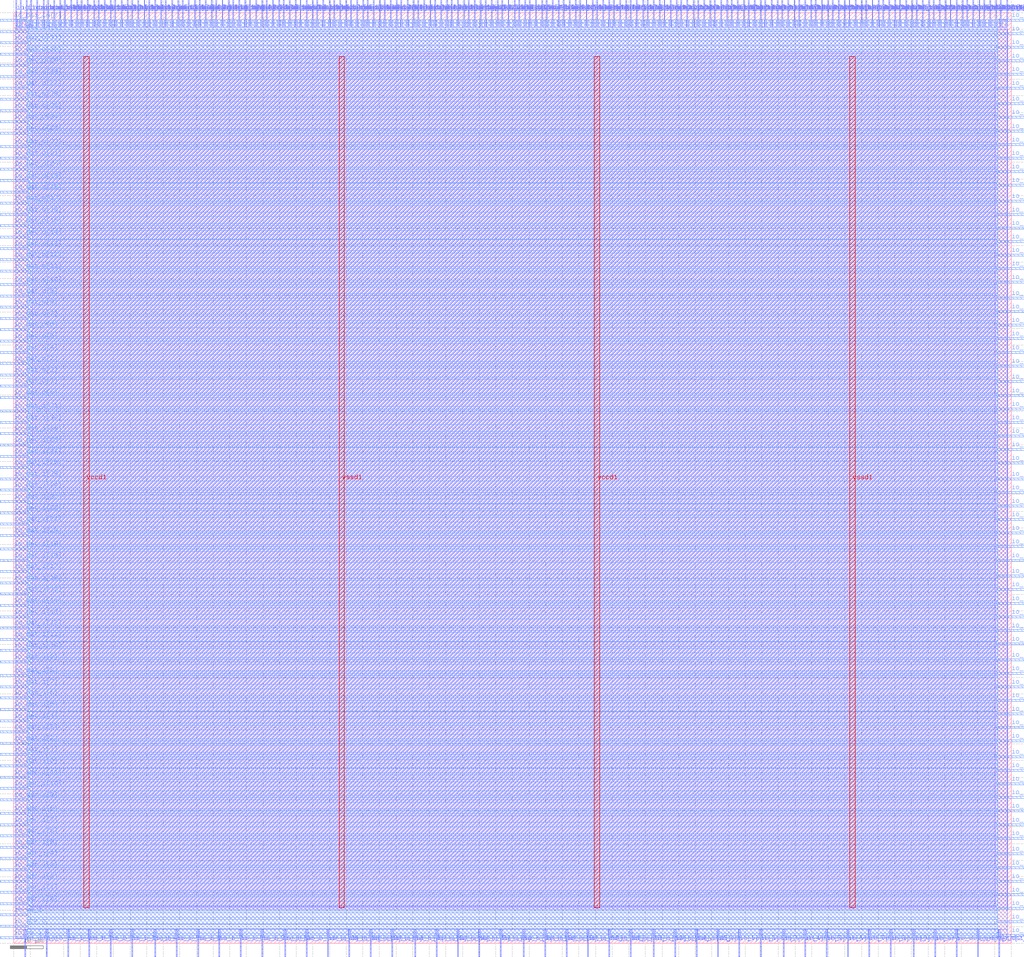
<source format=lef>
VERSION 5.7 ;
  NOWIREEXTENSIONATPIN ON ;
  DIVIDERCHAR "/" ;
  BUSBITCHARS "[]" ;
MACRO cic_con
  CLASS BLOCK ;
  FOREIGN cic_con ;
  ORIGIN 0.000 0.000 ;
  SIZE 300.000 BY 280.000 ;
  PIN io_ack_o
    DIRECTION OUTPUT TRISTATE ;
    USE SIGNAL ;
    PORT
      LAYER met3 ;
        RECT -4.000 4.800 4.000 5.400 ;
    END
  END io_ack_o
  PIN io_adr_i[0]
    DIRECTION INPUT ;
    USE SIGNAL ;
    PORT
      LAYER met3 ;
        RECT -4.000 11.600 4.000 12.200 ;
    END
  END io_adr_i[0]
  PIN io_adr_i[10]
    DIRECTION INPUT ;
    USE SIGNAL ;
    PORT
      LAYER met3 ;
        RECT -4.000 46.280 4.000 46.880 ;
    END
  END io_adr_i[10]
  PIN io_adr_i[11]
    DIRECTION INPUT ;
    USE SIGNAL ;
    PORT
      LAYER met3 ;
        RECT -4.000 49.680 4.000 50.280 ;
    END
  END io_adr_i[11]
  PIN io_adr_i[1]
    DIRECTION INPUT ;
    USE SIGNAL ;
    PORT
      LAYER met3 ;
        RECT -4.000 15.000 4.000 15.600 ;
    END
  END io_adr_i[1]
  PIN io_adr_i[2]
    DIRECTION INPUT ;
    USE SIGNAL ;
    PORT
      LAYER met3 ;
        RECT -4.000 18.400 4.000 19.000 ;
    END
  END io_adr_i[2]
  PIN io_adr_i[3]
    DIRECTION INPUT ;
    USE SIGNAL ;
    PORT
      LAYER met3 ;
        RECT -4.000 21.800 4.000 22.400 ;
    END
  END io_adr_i[3]
  PIN io_adr_i[4]
    DIRECTION INPUT ;
    USE SIGNAL ;
    PORT
      LAYER met3 ;
        RECT -4.000 25.200 4.000 25.800 ;
    END
  END io_adr_i[4]
  PIN io_adr_i[5]
    DIRECTION INPUT ;
    USE SIGNAL ;
    PORT
      LAYER met3 ;
        RECT -4.000 28.600 4.000 29.200 ;
    END
  END io_adr_i[5]
  PIN io_adr_i[6]
    DIRECTION INPUT ;
    USE SIGNAL ;
    PORT
      LAYER met3 ;
        RECT -4.000 32.000 4.000 32.600 ;
    END
  END io_adr_i[6]
  PIN io_adr_i[7]
    DIRECTION INPUT ;
    USE SIGNAL ;
    PORT
      LAYER met3 ;
        RECT -4.000 35.400 4.000 36.000 ;
    END
  END io_adr_i[7]
  PIN io_adr_i[8]
    DIRECTION INPUT ;
    USE SIGNAL ;
    PORT
      LAYER met3 ;
        RECT -4.000 38.800 4.000 39.400 ;
    END
  END io_adr_i[8]
  PIN io_adr_i[9]
    DIRECTION INPUT ;
    USE SIGNAL ;
    PORT
      LAYER met3 ;
        RECT -4.000 42.880 4.000 43.480 ;
    END
  END io_adr_i[9]
  PIN io_b_adr_i[0]
    DIRECTION OUTPUT TRISTATE ;
    USE SIGNAL ;
    PORT
      LAYER met2 ;
        RECT 87.950 -4.000 88.230 4.000 ;
    END
  END io_b_adr_i[0]
  PIN io_b_adr_i[1]
    DIRECTION OUTPUT TRISTATE ;
    USE SIGNAL ;
    PORT
      LAYER met2 ;
        RECT 94.390 -4.000 94.670 4.000 ;
    END
  END io_b_adr_i[1]
  PIN io_b_cs_i_0
    DIRECTION OUTPUT TRISTATE ;
    USE SIGNAL ;
    PORT
      LAYER met2 ;
        RECT 9.750 -4.000 10.030 4.000 ;
    END
  END io_b_cs_i_0
  PIN io_b_cs_i_1
    DIRECTION OUTPUT TRISTATE ;
    USE SIGNAL ;
    PORT
      LAYER met2 ;
        RECT 16.190 -4.000 16.470 4.000 ;
    END
  END io_b_cs_i_1
  PIN io_b_cs_i_10
    DIRECTION OUTPUT TRISTATE ;
    USE SIGNAL ;
    PORT
      LAYER met2 ;
        RECT 74.610 -4.000 74.890 4.000 ;
    END
  END io_b_cs_i_10
  PIN io_b_cs_i_2
    DIRECTION OUTPUT TRISTATE ;
    USE SIGNAL ;
    PORT
      LAYER met2 ;
        RECT 22.630 -4.000 22.910 4.000 ;
    END
  END io_b_cs_i_2
  PIN io_b_cs_i_3
    DIRECTION OUTPUT TRISTATE ;
    USE SIGNAL ;
    PORT
      LAYER met2 ;
        RECT 29.070 -4.000 29.350 4.000 ;
    END
  END io_b_cs_i_3
  PIN io_b_cs_i_4
    DIRECTION OUTPUT TRISTATE ;
    USE SIGNAL ;
    PORT
      LAYER met2 ;
        RECT 35.510 -4.000 35.790 4.000 ;
    END
  END io_b_cs_i_4
  PIN io_b_cs_i_5
    DIRECTION OUTPUT TRISTATE ;
    USE SIGNAL ;
    PORT
      LAYER met2 ;
        RECT 42.410 -4.000 42.690 4.000 ;
    END
  END io_b_cs_i_5
  PIN io_b_cs_i_6
    DIRECTION OUTPUT TRISTATE ;
    USE SIGNAL ;
    PORT
      LAYER met2 ;
        RECT 48.850 -4.000 49.130 4.000 ;
    END
  END io_b_cs_i_6
  PIN io_b_cs_i_7
    DIRECTION OUTPUT TRISTATE ;
    USE SIGNAL ;
    PORT
      LAYER met2 ;
        RECT 55.290 -4.000 55.570 4.000 ;
    END
  END io_b_cs_i_7
  PIN io_b_cs_i_8
    DIRECTION OUTPUT TRISTATE ;
    USE SIGNAL ;
    PORT
      LAYER met2 ;
        RECT 61.730 -4.000 62.010 4.000 ;
    END
  END io_b_cs_i_8
  PIN io_b_cs_i_9
    DIRECTION OUTPUT TRISTATE ;
    USE SIGNAL ;
    PORT
      LAYER met2 ;
        RECT 68.170 -4.000 68.450 4.000 ;
    END
  END io_b_cs_i_9
  PIN io_b_dat_i[0]
    DIRECTION OUTPUT TRISTATE ;
    USE SIGNAL ;
    PORT
      LAYER met2 ;
        RECT 100.830 -4.000 101.110 4.000 ;
    END
  END io_b_dat_i[0]
  PIN io_b_dat_i[10]
    DIRECTION OUTPUT TRISTATE ;
    USE SIGNAL ;
    PORT
      LAYER met2 ;
        RECT 166.150 -4.000 166.430 4.000 ;
    END
  END io_b_dat_i[10]
  PIN io_b_dat_i[11]
    DIRECTION OUTPUT TRISTATE ;
    USE SIGNAL ;
    PORT
      LAYER met2 ;
        RECT 172.590 -4.000 172.870 4.000 ;
    END
  END io_b_dat_i[11]
  PIN io_b_dat_i[12]
    DIRECTION OUTPUT TRISTATE ;
    USE SIGNAL ;
    PORT
      LAYER met2 ;
        RECT 179.030 -4.000 179.310 4.000 ;
    END
  END io_b_dat_i[12]
  PIN io_b_dat_i[13]
    DIRECTION OUTPUT TRISTATE ;
    USE SIGNAL ;
    PORT
      LAYER met2 ;
        RECT 185.470 -4.000 185.750 4.000 ;
    END
  END io_b_dat_i[13]
  PIN io_b_dat_i[14]
    DIRECTION OUTPUT TRISTATE ;
    USE SIGNAL ;
    PORT
      LAYER met2 ;
        RECT 192.370 -4.000 192.650 4.000 ;
    END
  END io_b_dat_i[14]
  PIN io_b_dat_i[15]
    DIRECTION OUTPUT TRISTATE ;
    USE SIGNAL ;
    PORT
      LAYER met2 ;
        RECT 198.810 -4.000 199.090 4.000 ;
    END
  END io_b_dat_i[15]
  PIN io_b_dat_i[1]
    DIRECTION OUTPUT TRISTATE ;
    USE SIGNAL ;
    PORT
      LAYER met2 ;
        RECT 107.270 -4.000 107.550 4.000 ;
    END
  END io_b_dat_i[1]
  PIN io_b_dat_i[2]
    DIRECTION OUTPUT TRISTATE ;
    USE SIGNAL ;
    PORT
      LAYER met2 ;
        RECT 113.710 -4.000 113.990 4.000 ;
    END
  END io_b_dat_i[2]
  PIN io_b_dat_i[3]
    DIRECTION OUTPUT TRISTATE ;
    USE SIGNAL ;
    PORT
      LAYER met2 ;
        RECT 120.610 -4.000 120.890 4.000 ;
    END
  END io_b_dat_i[3]
  PIN io_b_dat_i[4]
    DIRECTION OUTPUT TRISTATE ;
    USE SIGNAL ;
    PORT
      LAYER met2 ;
        RECT 127.050 -4.000 127.330 4.000 ;
    END
  END io_b_dat_i[4]
  PIN io_b_dat_i[5]
    DIRECTION OUTPUT TRISTATE ;
    USE SIGNAL ;
    PORT
      LAYER met2 ;
        RECT 133.490 -4.000 133.770 4.000 ;
    END
  END io_b_dat_i[5]
  PIN io_b_dat_i[6]
    DIRECTION OUTPUT TRISTATE ;
    USE SIGNAL ;
    PORT
      LAYER met2 ;
        RECT 139.930 -4.000 140.210 4.000 ;
    END
  END io_b_dat_i[6]
  PIN io_b_dat_i[7]
    DIRECTION OUTPUT TRISTATE ;
    USE SIGNAL ;
    PORT
      LAYER met2 ;
        RECT 146.370 -4.000 146.650 4.000 ;
    END
  END io_b_dat_i[7]
  PIN io_b_dat_i[8]
    DIRECTION OUTPUT TRISTATE ;
    USE SIGNAL ;
    PORT
      LAYER met2 ;
        RECT 153.270 -4.000 153.550 4.000 ;
    END
  END io_b_dat_i[8]
  PIN io_b_dat_i[9]
    DIRECTION OUTPUT TRISTATE ;
    USE SIGNAL ;
    PORT
      LAYER met2 ;
        RECT 159.710 -4.000 159.990 4.000 ;
    END
  END io_b_dat_i[9]
  PIN io_b_dat_o_0[0]
    DIRECTION INPUT ;
    USE SIGNAL ;
    PORT
      LAYER met2 ;
        RECT 0.550 276.000 0.830 284.000 ;
    END
  END io_b_dat_o_0[0]
  PIN io_b_dat_o_0[10]
    DIRECTION INPUT ;
    USE SIGNAL ;
    PORT
      LAYER met2 ;
        RECT 185.470 276.000 185.750 284.000 ;
    END
  END io_b_dat_o_0[10]
  PIN io_b_dat_o_0[11]
    DIRECTION INPUT ;
    USE SIGNAL ;
    PORT
      LAYER met2 ;
        RECT 204.330 276.000 204.610 284.000 ;
    END
  END io_b_dat_o_0[11]
  PIN io_b_dat_o_0[12]
    DIRECTION INPUT ;
    USE SIGNAL ;
    PORT
      LAYER met2 ;
        RECT 222.730 276.000 223.010 284.000 ;
    END
  END io_b_dat_o_0[12]
  PIN io_b_dat_o_0[13]
    DIRECTION INPUT ;
    USE SIGNAL ;
    PORT
      LAYER met2 ;
        RECT 241.130 276.000 241.410 284.000 ;
    END
  END io_b_dat_o_0[13]
  PIN io_b_dat_o_0[14]
    DIRECTION INPUT ;
    USE SIGNAL ;
    PORT
      LAYER met2 ;
        RECT 259.990 276.000 260.270 284.000 ;
    END
  END io_b_dat_o_0[14]
  PIN io_b_dat_o_0[15]
    DIRECTION INPUT ;
    USE SIGNAL ;
    PORT
      LAYER met2 ;
        RECT 278.390 276.000 278.670 284.000 ;
    END
  END io_b_dat_o_0[15]
  PIN io_b_dat_o_0[1]
    DIRECTION INPUT ;
    USE SIGNAL ;
    PORT
      LAYER met2 ;
        RECT 18.950 276.000 19.230 284.000 ;
    END
  END io_b_dat_o_0[1]
  PIN io_b_dat_o_0[2]
    DIRECTION INPUT ;
    USE SIGNAL ;
    PORT
      LAYER met2 ;
        RECT 37.350 276.000 37.630 284.000 ;
    END
  END io_b_dat_o_0[2]
  PIN io_b_dat_o_0[3]
    DIRECTION INPUT ;
    USE SIGNAL ;
    PORT
      LAYER met2 ;
        RECT 55.750 276.000 56.030 284.000 ;
    END
  END io_b_dat_o_0[3]
  PIN io_b_dat_o_0[4]
    DIRECTION INPUT ;
    USE SIGNAL ;
    PORT
      LAYER met2 ;
        RECT 74.610 276.000 74.890 284.000 ;
    END
  END io_b_dat_o_0[4]
  PIN io_b_dat_o_0[5]
    DIRECTION INPUT ;
    USE SIGNAL ;
    PORT
      LAYER met2 ;
        RECT 93.010 276.000 93.290 284.000 ;
    END
  END io_b_dat_o_0[5]
  PIN io_b_dat_o_0[6]
    DIRECTION INPUT ;
    USE SIGNAL ;
    PORT
      LAYER met2 ;
        RECT 111.410 276.000 111.690 284.000 ;
    END
  END io_b_dat_o_0[6]
  PIN io_b_dat_o_0[7]
    DIRECTION INPUT ;
    USE SIGNAL ;
    PORT
      LAYER met2 ;
        RECT 130.270 276.000 130.550 284.000 ;
    END
  END io_b_dat_o_0[7]
  PIN io_b_dat_o_0[8]
    DIRECTION INPUT ;
    USE SIGNAL ;
    PORT
      LAYER met2 ;
        RECT 148.670 276.000 148.950 284.000 ;
    END
  END io_b_dat_o_0[8]
  PIN io_b_dat_o_0[9]
    DIRECTION INPUT ;
    USE SIGNAL ;
    PORT
      LAYER met2 ;
        RECT 167.070 276.000 167.350 284.000 ;
    END
  END io_b_dat_o_0[9]
  PIN io_b_dat_o_10[0]
    DIRECTION INPUT ;
    USE SIGNAL ;
    PORT
      LAYER met2 ;
        RECT 17.110 276.000 17.390 284.000 ;
    END
  END io_b_dat_o_10[0]
  PIN io_b_dat_o_10[10]
    DIRECTION INPUT ;
    USE SIGNAL ;
    PORT
      LAYER met2 ;
        RECT 202.490 276.000 202.770 284.000 ;
    END
  END io_b_dat_o_10[10]
  PIN io_b_dat_o_10[11]
    DIRECTION INPUT ;
    USE SIGNAL ;
    PORT
      LAYER met2 ;
        RECT 220.890 276.000 221.170 284.000 ;
    END
  END io_b_dat_o_10[11]
  PIN io_b_dat_o_10[12]
    DIRECTION INPUT ;
    USE SIGNAL ;
    PORT
      LAYER met2 ;
        RECT 239.750 276.000 240.030 284.000 ;
    END
  END io_b_dat_o_10[12]
  PIN io_b_dat_o_10[13]
    DIRECTION INPUT ;
    USE SIGNAL ;
    PORT
      LAYER met2 ;
        RECT 258.150 276.000 258.430 284.000 ;
    END
  END io_b_dat_o_10[13]
  PIN io_b_dat_o_10[14]
    DIRECTION INPUT ;
    USE SIGNAL ;
    PORT
      LAYER met2 ;
        RECT 276.550 276.000 276.830 284.000 ;
    END
  END io_b_dat_o_10[14]
  PIN io_b_dat_o_10[15]
    DIRECTION INPUT ;
    USE SIGNAL ;
    PORT
      LAYER met2 ;
        RECT 295.410 276.000 295.690 284.000 ;
    END
  END io_b_dat_o_10[15]
  PIN io_b_dat_o_10[1]
    DIRECTION INPUT ;
    USE SIGNAL ;
    PORT
      LAYER met2 ;
        RECT 35.510 276.000 35.790 284.000 ;
    END
  END io_b_dat_o_10[1]
  PIN io_b_dat_o_10[2]
    DIRECTION INPUT ;
    USE SIGNAL ;
    PORT
      LAYER met2 ;
        RECT 54.370 276.000 54.650 284.000 ;
    END
  END io_b_dat_o_10[2]
  PIN io_b_dat_o_10[3]
    DIRECTION INPUT ;
    USE SIGNAL ;
    PORT
      LAYER met2 ;
        RECT 72.770 276.000 73.050 284.000 ;
    END
  END io_b_dat_o_10[3]
  PIN io_b_dat_o_10[4]
    DIRECTION INPUT ;
    USE SIGNAL ;
    PORT
      LAYER met2 ;
        RECT 91.170 276.000 91.450 284.000 ;
    END
  END io_b_dat_o_10[4]
  PIN io_b_dat_o_10[5]
    DIRECTION INPUT ;
    USE SIGNAL ;
    PORT
      LAYER met2 ;
        RECT 110.030 276.000 110.310 284.000 ;
    END
  END io_b_dat_o_10[5]
  PIN io_b_dat_o_10[6]
    DIRECTION INPUT ;
    USE SIGNAL ;
    PORT
      LAYER met2 ;
        RECT 128.430 276.000 128.710 284.000 ;
    END
  END io_b_dat_o_10[6]
  PIN io_b_dat_o_10[7]
    DIRECTION INPUT ;
    USE SIGNAL ;
    PORT
      LAYER met2 ;
        RECT 146.830 276.000 147.110 284.000 ;
    END
  END io_b_dat_o_10[7]
  PIN io_b_dat_o_10[8]
    DIRECTION INPUT ;
    USE SIGNAL ;
    PORT
      LAYER met2 ;
        RECT 165.230 276.000 165.510 284.000 ;
    END
  END io_b_dat_o_10[8]
  PIN io_b_dat_o_10[9]
    DIRECTION INPUT ;
    USE SIGNAL ;
    PORT
      LAYER met2 ;
        RECT 184.090 276.000 184.370 284.000 ;
    END
  END io_b_dat_o_10[9]
  PIN io_b_dat_o_1[0]
    DIRECTION INPUT ;
    USE SIGNAL ;
    PORT
      LAYER met2 ;
        RECT 1.930 276.000 2.210 284.000 ;
    END
  END io_b_dat_o_1[0]
  PIN io_b_dat_o_1[10]
    DIRECTION INPUT ;
    USE SIGNAL ;
    PORT
      LAYER met2 ;
        RECT 187.310 276.000 187.590 284.000 ;
    END
  END io_b_dat_o_1[10]
  PIN io_b_dat_o_1[11]
    DIRECTION INPUT ;
    USE SIGNAL ;
    PORT
      LAYER met2 ;
        RECT 205.710 276.000 205.990 284.000 ;
    END
  END io_b_dat_o_1[11]
  PIN io_b_dat_o_1[12]
    DIRECTION INPUT ;
    USE SIGNAL ;
    PORT
      LAYER met2 ;
        RECT 224.570 276.000 224.850 284.000 ;
    END
  END io_b_dat_o_1[12]
  PIN io_b_dat_o_1[13]
    DIRECTION INPUT ;
    USE SIGNAL ;
    PORT
      LAYER met2 ;
        RECT 242.970 276.000 243.250 284.000 ;
    END
  END io_b_dat_o_1[13]
  PIN io_b_dat_o_1[14]
    DIRECTION INPUT ;
    USE SIGNAL ;
    PORT
      LAYER met2 ;
        RECT 261.370 276.000 261.650 284.000 ;
    END
  END io_b_dat_o_1[14]
  PIN io_b_dat_o_1[15]
    DIRECTION INPUT ;
    USE SIGNAL ;
    PORT
      LAYER met2 ;
        RECT 280.230 276.000 280.510 284.000 ;
    END
  END io_b_dat_o_1[15]
  PIN io_b_dat_o_1[1]
    DIRECTION INPUT ;
    USE SIGNAL ;
    PORT
      LAYER met2 ;
        RECT 20.330 276.000 20.610 284.000 ;
    END
  END io_b_dat_o_1[1]
  PIN io_b_dat_o_1[2]
    DIRECTION INPUT ;
    USE SIGNAL ;
    PORT
      LAYER met2 ;
        RECT 39.190 276.000 39.470 284.000 ;
    END
  END io_b_dat_o_1[2]
  PIN io_b_dat_o_1[3]
    DIRECTION INPUT ;
    USE SIGNAL ;
    PORT
      LAYER met2 ;
        RECT 57.590 276.000 57.870 284.000 ;
    END
  END io_b_dat_o_1[3]
  PIN io_b_dat_o_1[4]
    DIRECTION INPUT ;
    USE SIGNAL ;
    PORT
      LAYER met2 ;
        RECT 75.990 276.000 76.270 284.000 ;
    END
  END io_b_dat_o_1[4]
  PIN io_b_dat_o_1[5]
    DIRECTION INPUT ;
    USE SIGNAL ;
    PORT
      LAYER met2 ;
        RECT 94.850 276.000 95.130 284.000 ;
    END
  END io_b_dat_o_1[5]
  PIN io_b_dat_o_1[6]
    DIRECTION INPUT ;
    USE SIGNAL ;
    PORT
      LAYER met2 ;
        RECT 113.250 276.000 113.530 284.000 ;
    END
  END io_b_dat_o_1[6]
  PIN io_b_dat_o_1[7]
    DIRECTION INPUT ;
    USE SIGNAL ;
    PORT
      LAYER met2 ;
        RECT 131.650 276.000 131.930 284.000 ;
    END
  END io_b_dat_o_1[7]
  PIN io_b_dat_o_1[8]
    DIRECTION INPUT ;
    USE SIGNAL ;
    PORT
      LAYER met2 ;
        RECT 150.510 276.000 150.790 284.000 ;
    END
  END io_b_dat_o_1[8]
  PIN io_b_dat_o_1[9]
    DIRECTION INPUT ;
    USE SIGNAL ;
    PORT
      LAYER met2 ;
        RECT 168.910 276.000 169.190 284.000 ;
    END
  END io_b_dat_o_1[9]
  PIN io_b_dat_o_2[0]
    DIRECTION INPUT ;
    USE SIGNAL ;
    PORT
      LAYER met2 ;
        RECT 3.770 276.000 4.050 284.000 ;
    END
  END io_b_dat_o_2[0]
  PIN io_b_dat_o_2[10]
    DIRECTION INPUT ;
    USE SIGNAL ;
    PORT
      LAYER met2 ;
        RECT 189.150 276.000 189.430 284.000 ;
    END
  END io_b_dat_o_2[10]
  PIN io_b_dat_o_2[11]
    DIRECTION INPUT ;
    USE SIGNAL ;
    PORT
      LAYER met2 ;
        RECT 207.550 276.000 207.830 284.000 ;
    END
  END io_b_dat_o_2[11]
  PIN io_b_dat_o_2[12]
    DIRECTION INPUT ;
    USE SIGNAL ;
    PORT
      LAYER met2 ;
        RECT 225.950 276.000 226.230 284.000 ;
    END
  END io_b_dat_o_2[12]
  PIN io_b_dat_o_2[13]
    DIRECTION INPUT ;
    USE SIGNAL ;
    PORT
      LAYER met2 ;
        RECT 244.810 276.000 245.090 284.000 ;
    END
  END io_b_dat_o_2[13]
  PIN io_b_dat_o_2[14]
    DIRECTION INPUT ;
    USE SIGNAL ;
    PORT
      LAYER met2 ;
        RECT 263.210 276.000 263.490 284.000 ;
    END
  END io_b_dat_o_2[14]
  PIN io_b_dat_o_2[15]
    DIRECTION INPUT ;
    USE SIGNAL ;
    PORT
      LAYER met2 ;
        RECT 281.610 276.000 281.890 284.000 ;
    END
  END io_b_dat_o_2[15]
  PIN io_b_dat_o_2[1]
    DIRECTION INPUT ;
    USE SIGNAL ;
    PORT
      LAYER met2 ;
        RECT 22.170 276.000 22.450 284.000 ;
    END
  END io_b_dat_o_2[1]
  PIN io_b_dat_o_2[2]
    DIRECTION INPUT ;
    USE SIGNAL ;
    PORT
      LAYER met2 ;
        RECT 40.570 276.000 40.850 284.000 ;
    END
  END io_b_dat_o_2[2]
  PIN io_b_dat_o_2[3]
    DIRECTION INPUT ;
    USE SIGNAL ;
    PORT
      LAYER met2 ;
        RECT 59.430 276.000 59.710 284.000 ;
    END
  END io_b_dat_o_2[3]
  PIN io_b_dat_o_2[4]
    DIRECTION INPUT ;
    USE SIGNAL ;
    PORT
      LAYER met2 ;
        RECT 77.830 276.000 78.110 284.000 ;
    END
  END io_b_dat_o_2[4]
  PIN io_b_dat_o_2[5]
    DIRECTION INPUT ;
    USE SIGNAL ;
    PORT
      LAYER met2 ;
        RECT 96.230 276.000 96.510 284.000 ;
    END
  END io_b_dat_o_2[5]
  PIN io_b_dat_o_2[6]
    DIRECTION INPUT ;
    USE SIGNAL ;
    PORT
      LAYER met2 ;
        RECT 115.090 276.000 115.370 284.000 ;
    END
  END io_b_dat_o_2[6]
  PIN io_b_dat_o_2[7]
    DIRECTION INPUT ;
    USE SIGNAL ;
    PORT
      LAYER met2 ;
        RECT 133.490 276.000 133.770 284.000 ;
    END
  END io_b_dat_o_2[7]
  PIN io_b_dat_o_2[8]
    DIRECTION INPUT ;
    USE SIGNAL ;
    PORT
      LAYER met2 ;
        RECT 151.890 276.000 152.170 284.000 ;
    END
  END io_b_dat_o_2[8]
  PIN io_b_dat_o_2[9]
    DIRECTION INPUT ;
    USE SIGNAL ;
    PORT
      LAYER met2 ;
        RECT 170.290 276.000 170.570 284.000 ;
    END
  END io_b_dat_o_2[9]
  PIN io_b_dat_o_3[0]
    DIRECTION INPUT ;
    USE SIGNAL ;
    PORT
      LAYER met2 ;
        RECT 5.150 276.000 5.430 284.000 ;
    END
  END io_b_dat_o_3[0]
  PIN io_b_dat_o_3[10]
    DIRECTION INPUT ;
    USE SIGNAL ;
    PORT
      LAYER met2 ;
        RECT 190.530 276.000 190.810 284.000 ;
    END
  END io_b_dat_o_3[10]
  PIN io_b_dat_o_3[11]
    DIRECTION INPUT ;
    USE SIGNAL ;
    PORT
      LAYER met2 ;
        RECT 209.390 276.000 209.670 284.000 ;
    END
  END io_b_dat_o_3[11]
  PIN io_b_dat_o_3[12]
    DIRECTION INPUT ;
    USE SIGNAL ;
    PORT
      LAYER met2 ;
        RECT 227.790 276.000 228.070 284.000 ;
    END
  END io_b_dat_o_3[12]
  PIN io_b_dat_o_3[13]
    DIRECTION INPUT ;
    USE SIGNAL ;
    PORT
      LAYER met2 ;
        RECT 246.190 276.000 246.470 284.000 ;
    END
  END io_b_dat_o_3[13]
  PIN io_b_dat_o_3[14]
    DIRECTION INPUT ;
    USE SIGNAL ;
    PORT
      LAYER met2 ;
        RECT 265.050 276.000 265.330 284.000 ;
    END
  END io_b_dat_o_3[14]
  PIN io_b_dat_o_3[15]
    DIRECTION INPUT ;
    USE SIGNAL ;
    PORT
      LAYER met2 ;
        RECT 283.450 276.000 283.730 284.000 ;
    END
  END io_b_dat_o_3[15]
  PIN io_b_dat_o_3[1]
    DIRECTION INPUT ;
    USE SIGNAL ;
    PORT
      LAYER met2 ;
        RECT 24.010 276.000 24.290 284.000 ;
    END
  END io_b_dat_o_3[1]
  PIN io_b_dat_o_3[2]
    DIRECTION INPUT ;
    USE SIGNAL ;
    PORT
      LAYER met2 ;
        RECT 42.410 276.000 42.690 284.000 ;
    END
  END io_b_dat_o_3[2]
  PIN io_b_dat_o_3[3]
    DIRECTION INPUT ;
    USE SIGNAL ;
    PORT
      LAYER met2 ;
        RECT 60.810 276.000 61.090 284.000 ;
    END
  END io_b_dat_o_3[3]
  PIN io_b_dat_o_3[4]
    DIRECTION INPUT ;
    USE SIGNAL ;
    PORT
      LAYER met2 ;
        RECT 79.670 276.000 79.950 284.000 ;
    END
  END io_b_dat_o_3[4]
  PIN io_b_dat_o_3[5]
    DIRECTION INPUT ;
    USE SIGNAL ;
    PORT
      LAYER met2 ;
        RECT 98.070 276.000 98.350 284.000 ;
    END
  END io_b_dat_o_3[5]
  PIN io_b_dat_o_3[6]
    DIRECTION INPUT ;
    USE SIGNAL ;
    PORT
      LAYER met2 ;
        RECT 116.470 276.000 116.750 284.000 ;
    END
  END io_b_dat_o_3[6]
  PIN io_b_dat_o_3[7]
    DIRECTION INPUT ;
    USE SIGNAL ;
    PORT
      LAYER met2 ;
        RECT 135.330 276.000 135.610 284.000 ;
    END
  END io_b_dat_o_3[7]
  PIN io_b_dat_o_3[8]
    DIRECTION INPUT ;
    USE SIGNAL ;
    PORT
      LAYER met2 ;
        RECT 153.730 276.000 154.010 284.000 ;
    END
  END io_b_dat_o_3[8]
  PIN io_b_dat_o_3[9]
    DIRECTION INPUT ;
    USE SIGNAL ;
    PORT
      LAYER met2 ;
        RECT 172.130 276.000 172.410 284.000 ;
    END
  END io_b_dat_o_3[9]
  PIN io_b_dat_o_4[0]
    DIRECTION INPUT ;
    USE SIGNAL ;
    PORT
      LAYER met2 ;
        RECT 6.990 276.000 7.270 284.000 ;
    END
  END io_b_dat_o_4[0]
  PIN io_b_dat_o_4[10]
    DIRECTION INPUT ;
    USE SIGNAL ;
    PORT
      LAYER met2 ;
        RECT 192.370 276.000 192.650 284.000 ;
    END
  END io_b_dat_o_4[10]
  PIN io_b_dat_o_4[11]
    DIRECTION INPUT ;
    USE SIGNAL ;
    PORT
      LAYER met2 ;
        RECT 210.770 276.000 211.050 284.000 ;
    END
  END io_b_dat_o_4[11]
  PIN io_b_dat_o_4[12]
    DIRECTION INPUT ;
    USE SIGNAL ;
    PORT
      LAYER met2 ;
        RECT 229.630 276.000 229.910 284.000 ;
    END
  END io_b_dat_o_4[12]
  PIN io_b_dat_o_4[13]
    DIRECTION INPUT ;
    USE SIGNAL ;
    PORT
      LAYER met2 ;
        RECT 248.030 276.000 248.310 284.000 ;
    END
  END io_b_dat_o_4[13]
  PIN io_b_dat_o_4[14]
    DIRECTION INPUT ;
    USE SIGNAL ;
    PORT
      LAYER met2 ;
        RECT 266.430 276.000 266.710 284.000 ;
    END
  END io_b_dat_o_4[14]
  PIN io_b_dat_o_4[15]
    DIRECTION INPUT ;
    USE SIGNAL ;
    PORT
      LAYER met2 ;
        RECT 285.290 276.000 285.570 284.000 ;
    END
  END io_b_dat_o_4[15]
  PIN io_b_dat_o_4[1]
    DIRECTION INPUT ;
    USE SIGNAL ;
    PORT
      LAYER met2 ;
        RECT 25.390 276.000 25.670 284.000 ;
    END
  END io_b_dat_o_4[1]
  PIN io_b_dat_o_4[2]
    DIRECTION INPUT ;
    USE SIGNAL ;
    PORT
      LAYER met2 ;
        RECT 44.250 276.000 44.530 284.000 ;
    END
  END io_b_dat_o_4[2]
  PIN io_b_dat_o_4[3]
    DIRECTION INPUT ;
    USE SIGNAL ;
    PORT
      LAYER met2 ;
        RECT 62.650 276.000 62.930 284.000 ;
    END
  END io_b_dat_o_4[3]
  PIN io_b_dat_o_4[4]
    DIRECTION INPUT ;
    USE SIGNAL ;
    PORT
      LAYER met2 ;
        RECT 81.050 276.000 81.330 284.000 ;
    END
  END io_b_dat_o_4[4]
  PIN io_b_dat_o_4[5]
    DIRECTION INPUT ;
    USE SIGNAL ;
    PORT
      LAYER met2 ;
        RECT 99.910 276.000 100.190 284.000 ;
    END
  END io_b_dat_o_4[5]
  PIN io_b_dat_o_4[6]
    DIRECTION INPUT ;
    USE SIGNAL ;
    PORT
      LAYER met2 ;
        RECT 118.310 276.000 118.590 284.000 ;
    END
  END io_b_dat_o_4[6]
  PIN io_b_dat_o_4[7]
    DIRECTION INPUT ;
    USE SIGNAL ;
    PORT
      LAYER met2 ;
        RECT 136.710 276.000 136.990 284.000 ;
    END
  END io_b_dat_o_4[7]
  PIN io_b_dat_o_4[8]
    DIRECTION INPUT ;
    USE SIGNAL ;
    PORT
      LAYER met2 ;
        RECT 155.110 276.000 155.390 284.000 ;
    END
  END io_b_dat_o_4[8]
  PIN io_b_dat_o_4[9]
    DIRECTION INPUT ;
    USE SIGNAL ;
    PORT
      LAYER met2 ;
        RECT 173.970 276.000 174.250 284.000 ;
    END
  END io_b_dat_o_4[9]
  PIN io_b_dat_o_5[0]
    DIRECTION INPUT ;
    USE SIGNAL ;
    PORT
      LAYER met2 ;
        RECT 8.830 276.000 9.110 284.000 ;
    END
  END io_b_dat_o_5[0]
  PIN io_b_dat_o_5[10]
    DIRECTION INPUT ;
    USE SIGNAL ;
    PORT
      LAYER met2 ;
        RECT 194.210 276.000 194.490 284.000 ;
    END
  END io_b_dat_o_5[10]
  PIN io_b_dat_o_5[11]
    DIRECTION INPUT ;
    USE SIGNAL ;
    PORT
      LAYER met2 ;
        RECT 212.610 276.000 212.890 284.000 ;
    END
  END io_b_dat_o_5[11]
  PIN io_b_dat_o_5[12]
    DIRECTION INPUT ;
    USE SIGNAL ;
    PORT
      LAYER met2 ;
        RECT 231.010 276.000 231.290 284.000 ;
    END
  END io_b_dat_o_5[12]
  PIN io_b_dat_o_5[13]
    DIRECTION INPUT ;
    USE SIGNAL ;
    PORT
      LAYER met2 ;
        RECT 249.870 276.000 250.150 284.000 ;
    END
  END io_b_dat_o_5[13]
  PIN io_b_dat_o_5[14]
    DIRECTION INPUT ;
    USE SIGNAL ;
    PORT
      LAYER met2 ;
        RECT 268.270 276.000 268.550 284.000 ;
    END
  END io_b_dat_o_5[14]
  PIN io_b_dat_o_5[15]
    DIRECTION INPUT ;
    USE SIGNAL ;
    PORT
      LAYER met2 ;
        RECT 286.670 276.000 286.950 284.000 ;
    END
  END io_b_dat_o_5[15]
  PIN io_b_dat_o_5[1]
    DIRECTION INPUT ;
    USE SIGNAL ;
    PORT
      LAYER met2 ;
        RECT 27.230 276.000 27.510 284.000 ;
    END
  END io_b_dat_o_5[1]
  PIN io_b_dat_o_5[2]
    DIRECTION INPUT ;
    USE SIGNAL ;
    PORT
      LAYER met2 ;
        RECT 45.630 276.000 45.910 284.000 ;
    END
  END io_b_dat_o_5[2]
  PIN io_b_dat_o_5[3]
    DIRECTION INPUT ;
    USE SIGNAL ;
    PORT
      LAYER met2 ;
        RECT 64.490 276.000 64.770 284.000 ;
    END
  END io_b_dat_o_5[3]
  PIN io_b_dat_o_5[4]
    DIRECTION INPUT ;
    USE SIGNAL ;
    PORT
      LAYER met2 ;
        RECT 82.890 276.000 83.170 284.000 ;
    END
  END io_b_dat_o_5[4]
  PIN io_b_dat_o_5[5]
    DIRECTION INPUT ;
    USE SIGNAL ;
    PORT
      LAYER met2 ;
        RECT 101.290 276.000 101.570 284.000 ;
    END
  END io_b_dat_o_5[5]
  PIN io_b_dat_o_5[6]
    DIRECTION INPUT ;
    USE SIGNAL ;
    PORT
      LAYER met2 ;
        RECT 120.150 276.000 120.430 284.000 ;
    END
  END io_b_dat_o_5[6]
  PIN io_b_dat_o_5[7]
    DIRECTION INPUT ;
    USE SIGNAL ;
    PORT
      LAYER met2 ;
        RECT 138.550 276.000 138.830 284.000 ;
    END
  END io_b_dat_o_5[7]
  PIN io_b_dat_o_5[8]
    DIRECTION INPUT ;
    USE SIGNAL ;
    PORT
      LAYER met2 ;
        RECT 156.950 276.000 157.230 284.000 ;
    END
  END io_b_dat_o_5[8]
  PIN io_b_dat_o_5[9]
    DIRECTION INPUT ;
    USE SIGNAL ;
    PORT
      LAYER met2 ;
        RECT 175.350 276.000 175.630 284.000 ;
    END
  END io_b_dat_o_5[9]
  PIN io_b_dat_o_6[0]
    DIRECTION INPUT ;
    USE SIGNAL ;
    PORT
      LAYER met2 ;
        RECT 10.210 276.000 10.490 284.000 ;
    END
  END io_b_dat_o_6[0]
  PIN io_b_dat_o_6[10]
    DIRECTION INPUT ;
    USE SIGNAL ;
    PORT
      LAYER met2 ;
        RECT 195.590 276.000 195.870 284.000 ;
    END
  END io_b_dat_o_6[10]
  PIN io_b_dat_o_6[11]
    DIRECTION INPUT ;
    USE SIGNAL ;
    PORT
      LAYER met2 ;
        RECT 214.450 276.000 214.730 284.000 ;
    END
  END io_b_dat_o_6[11]
  PIN io_b_dat_o_6[12]
    DIRECTION INPUT ;
    USE SIGNAL ;
    PORT
      LAYER met2 ;
        RECT 232.850 276.000 233.130 284.000 ;
    END
  END io_b_dat_o_6[12]
  PIN io_b_dat_o_6[13]
    DIRECTION INPUT ;
    USE SIGNAL ;
    PORT
      LAYER met2 ;
        RECT 251.250 276.000 251.530 284.000 ;
    END
  END io_b_dat_o_6[13]
  PIN io_b_dat_o_6[14]
    DIRECTION INPUT ;
    USE SIGNAL ;
    PORT
      LAYER met2 ;
        RECT 270.110 276.000 270.390 284.000 ;
    END
  END io_b_dat_o_6[14]
  PIN io_b_dat_o_6[15]
    DIRECTION INPUT ;
    USE SIGNAL ;
    PORT
      LAYER met2 ;
        RECT 288.510 276.000 288.790 284.000 ;
    END
  END io_b_dat_o_6[15]
  PIN io_b_dat_o_6[1]
    DIRECTION INPUT ;
    USE SIGNAL ;
    PORT
      LAYER met2 ;
        RECT 29.070 276.000 29.350 284.000 ;
    END
  END io_b_dat_o_6[1]
  PIN io_b_dat_o_6[2]
    DIRECTION INPUT ;
    USE SIGNAL ;
    PORT
      LAYER met2 ;
        RECT 47.470 276.000 47.750 284.000 ;
    END
  END io_b_dat_o_6[2]
  PIN io_b_dat_o_6[3]
    DIRECTION INPUT ;
    USE SIGNAL ;
    PORT
      LAYER met2 ;
        RECT 65.870 276.000 66.150 284.000 ;
    END
  END io_b_dat_o_6[3]
  PIN io_b_dat_o_6[4]
    DIRECTION INPUT ;
    USE SIGNAL ;
    PORT
      LAYER met2 ;
        RECT 84.730 276.000 85.010 284.000 ;
    END
  END io_b_dat_o_6[4]
  PIN io_b_dat_o_6[5]
    DIRECTION INPUT ;
    USE SIGNAL ;
    PORT
      LAYER met2 ;
        RECT 103.130 276.000 103.410 284.000 ;
    END
  END io_b_dat_o_6[5]
  PIN io_b_dat_o_6[6]
    DIRECTION INPUT ;
    USE SIGNAL ;
    PORT
      LAYER met2 ;
        RECT 121.530 276.000 121.810 284.000 ;
    END
  END io_b_dat_o_6[6]
  PIN io_b_dat_o_6[7]
    DIRECTION INPUT ;
    USE SIGNAL ;
    PORT
      LAYER met2 ;
        RECT 140.390 276.000 140.670 284.000 ;
    END
  END io_b_dat_o_6[7]
  PIN io_b_dat_o_6[8]
    DIRECTION INPUT ;
    USE SIGNAL ;
    PORT
      LAYER met2 ;
        RECT 158.790 276.000 159.070 284.000 ;
    END
  END io_b_dat_o_6[8]
  PIN io_b_dat_o_6[9]
    DIRECTION INPUT ;
    USE SIGNAL ;
    PORT
      LAYER met2 ;
        RECT 177.190 276.000 177.470 284.000 ;
    END
  END io_b_dat_o_6[9]
  PIN io_b_dat_o_7[0]
    DIRECTION INPUT ;
    USE SIGNAL ;
    PORT
      LAYER met2 ;
        RECT 12.050 276.000 12.330 284.000 ;
    END
  END io_b_dat_o_7[0]
  PIN io_b_dat_o_7[10]
    DIRECTION INPUT ;
    USE SIGNAL ;
    PORT
      LAYER met2 ;
        RECT 197.430 276.000 197.710 284.000 ;
    END
  END io_b_dat_o_7[10]
  PIN io_b_dat_o_7[11]
    DIRECTION INPUT ;
    USE SIGNAL ;
    PORT
      LAYER met2 ;
        RECT 215.830 276.000 216.110 284.000 ;
    END
  END io_b_dat_o_7[11]
  PIN io_b_dat_o_7[12]
    DIRECTION INPUT ;
    USE SIGNAL ;
    PORT
      LAYER met2 ;
        RECT 234.690 276.000 234.970 284.000 ;
    END
  END io_b_dat_o_7[12]
  PIN io_b_dat_o_7[13]
    DIRECTION INPUT ;
    USE SIGNAL ;
    PORT
      LAYER met2 ;
        RECT 253.090 276.000 253.370 284.000 ;
    END
  END io_b_dat_o_7[13]
  PIN io_b_dat_o_7[14]
    DIRECTION INPUT ;
    USE SIGNAL ;
    PORT
      LAYER met2 ;
        RECT 271.490 276.000 271.770 284.000 ;
    END
  END io_b_dat_o_7[14]
  PIN io_b_dat_o_7[15]
    DIRECTION INPUT ;
    USE SIGNAL ;
    PORT
      LAYER met2 ;
        RECT 290.350 276.000 290.630 284.000 ;
    END
  END io_b_dat_o_7[15]
  PIN io_b_dat_o_7[1]
    DIRECTION INPUT ;
    USE SIGNAL ;
    PORT
      LAYER met2 ;
        RECT 30.450 276.000 30.730 284.000 ;
    END
  END io_b_dat_o_7[1]
  PIN io_b_dat_o_7[2]
    DIRECTION INPUT ;
    USE SIGNAL ;
    PORT
      LAYER met2 ;
        RECT 49.310 276.000 49.590 284.000 ;
    END
  END io_b_dat_o_7[2]
  PIN io_b_dat_o_7[3]
    DIRECTION INPUT ;
    USE SIGNAL ;
    PORT
      LAYER met2 ;
        RECT 67.710 276.000 67.990 284.000 ;
    END
  END io_b_dat_o_7[3]
  PIN io_b_dat_o_7[4]
    DIRECTION INPUT ;
    USE SIGNAL ;
    PORT
      LAYER met2 ;
        RECT 86.110 276.000 86.390 284.000 ;
    END
  END io_b_dat_o_7[4]
  PIN io_b_dat_o_7[5]
    DIRECTION INPUT ;
    USE SIGNAL ;
    PORT
      LAYER met2 ;
        RECT 104.970 276.000 105.250 284.000 ;
    END
  END io_b_dat_o_7[5]
  PIN io_b_dat_o_7[6]
    DIRECTION INPUT ;
    USE SIGNAL ;
    PORT
      LAYER met2 ;
        RECT 123.370 276.000 123.650 284.000 ;
    END
  END io_b_dat_o_7[6]
  PIN io_b_dat_o_7[7]
    DIRECTION INPUT ;
    USE SIGNAL ;
    PORT
      LAYER met2 ;
        RECT 141.770 276.000 142.050 284.000 ;
    END
  END io_b_dat_o_7[7]
  PIN io_b_dat_o_7[8]
    DIRECTION INPUT ;
    USE SIGNAL ;
    PORT
      LAYER met2 ;
        RECT 160.170 276.000 160.450 284.000 ;
    END
  END io_b_dat_o_7[8]
  PIN io_b_dat_o_7[9]
    DIRECTION INPUT ;
    USE SIGNAL ;
    PORT
      LAYER met2 ;
        RECT 179.030 276.000 179.310 284.000 ;
    END
  END io_b_dat_o_7[9]
  PIN io_b_dat_o_8[0]
    DIRECTION INPUT ;
    USE SIGNAL ;
    PORT
      LAYER met2 ;
        RECT 13.890 276.000 14.170 284.000 ;
    END
  END io_b_dat_o_8[0]
  PIN io_b_dat_o_8[10]
    DIRECTION INPUT ;
    USE SIGNAL ;
    PORT
      LAYER met2 ;
        RECT 199.270 276.000 199.550 284.000 ;
    END
  END io_b_dat_o_8[10]
  PIN io_b_dat_o_8[11]
    DIRECTION INPUT ;
    USE SIGNAL ;
    PORT
      LAYER met2 ;
        RECT 217.670 276.000 217.950 284.000 ;
    END
  END io_b_dat_o_8[11]
  PIN io_b_dat_o_8[12]
    DIRECTION INPUT ;
    USE SIGNAL ;
    PORT
      LAYER met2 ;
        RECT 236.070 276.000 236.350 284.000 ;
    END
  END io_b_dat_o_8[12]
  PIN io_b_dat_o_8[13]
    DIRECTION INPUT ;
    USE SIGNAL ;
    PORT
      LAYER met2 ;
        RECT 254.930 276.000 255.210 284.000 ;
    END
  END io_b_dat_o_8[13]
  PIN io_b_dat_o_8[14]
    DIRECTION INPUT ;
    USE SIGNAL ;
    PORT
      LAYER met2 ;
        RECT 273.330 276.000 273.610 284.000 ;
    END
  END io_b_dat_o_8[14]
  PIN io_b_dat_o_8[15]
    DIRECTION INPUT ;
    USE SIGNAL ;
    PORT
      LAYER met2 ;
        RECT 291.730 276.000 292.010 284.000 ;
    END
  END io_b_dat_o_8[15]
  PIN io_b_dat_o_8[1]
    DIRECTION INPUT ;
    USE SIGNAL ;
    PORT
      LAYER met2 ;
        RECT 32.290 276.000 32.570 284.000 ;
    END
  END io_b_dat_o_8[1]
  PIN io_b_dat_o_8[2]
    DIRECTION INPUT ;
    USE SIGNAL ;
    PORT
      LAYER met2 ;
        RECT 50.690 276.000 50.970 284.000 ;
    END
  END io_b_dat_o_8[2]
  PIN io_b_dat_o_8[3]
    DIRECTION INPUT ;
    USE SIGNAL ;
    PORT
      LAYER met2 ;
        RECT 69.550 276.000 69.830 284.000 ;
    END
  END io_b_dat_o_8[3]
  PIN io_b_dat_o_8[4]
    DIRECTION INPUT ;
    USE SIGNAL ;
    PORT
      LAYER met2 ;
        RECT 87.950 276.000 88.230 284.000 ;
    END
  END io_b_dat_o_8[4]
  PIN io_b_dat_o_8[5]
    DIRECTION INPUT ;
    USE SIGNAL ;
    PORT
      LAYER met2 ;
        RECT 106.350 276.000 106.630 284.000 ;
    END
  END io_b_dat_o_8[5]
  PIN io_b_dat_o_8[6]
    DIRECTION INPUT ;
    USE SIGNAL ;
    PORT
      LAYER met2 ;
        RECT 125.210 276.000 125.490 284.000 ;
    END
  END io_b_dat_o_8[6]
  PIN io_b_dat_o_8[7]
    DIRECTION INPUT ;
    USE SIGNAL ;
    PORT
      LAYER met2 ;
        RECT 143.610 276.000 143.890 284.000 ;
    END
  END io_b_dat_o_8[7]
  PIN io_b_dat_o_8[8]
    DIRECTION INPUT ;
    USE SIGNAL ;
    PORT
      LAYER met2 ;
        RECT 162.010 276.000 162.290 284.000 ;
    END
  END io_b_dat_o_8[8]
  PIN io_b_dat_o_8[9]
    DIRECTION INPUT ;
    USE SIGNAL ;
    PORT
      LAYER met2 ;
        RECT 180.410 276.000 180.690 284.000 ;
    END
  END io_b_dat_o_8[9]
  PIN io_b_dat_o_9[0]
    DIRECTION INPUT ;
    USE SIGNAL ;
    PORT
      LAYER met2 ;
        RECT 15.270 276.000 15.550 284.000 ;
    END
  END io_b_dat_o_9[0]
  PIN io_b_dat_o_9[10]
    DIRECTION INPUT ;
    USE SIGNAL ;
    PORT
      LAYER met2 ;
        RECT 200.650 276.000 200.930 284.000 ;
    END
  END io_b_dat_o_9[10]
  PIN io_b_dat_o_9[11]
    DIRECTION INPUT ;
    USE SIGNAL ;
    PORT
      LAYER met2 ;
        RECT 219.510 276.000 219.790 284.000 ;
    END
  END io_b_dat_o_9[11]
  PIN io_b_dat_o_9[12]
    DIRECTION INPUT ;
    USE SIGNAL ;
    PORT
      LAYER met2 ;
        RECT 237.910 276.000 238.190 284.000 ;
    END
  END io_b_dat_o_9[12]
  PIN io_b_dat_o_9[13]
    DIRECTION INPUT ;
    USE SIGNAL ;
    PORT
      LAYER met2 ;
        RECT 256.310 276.000 256.590 284.000 ;
    END
  END io_b_dat_o_9[13]
  PIN io_b_dat_o_9[14]
    DIRECTION INPUT ;
    USE SIGNAL ;
    PORT
      LAYER met2 ;
        RECT 275.170 276.000 275.450 284.000 ;
    END
  END io_b_dat_o_9[14]
  PIN io_b_dat_o_9[15]
    DIRECTION INPUT ;
    USE SIGNAL ;
    PORT
      LAYER met2 ;
        RECT 293.570 276.000 293.850 284.000 ;
    END
  END io_b_dat_o_9[15]
  PIN io_b_dat_o_9[1]
    DIRECTION INPUT ;
    USE SIGNAL ;
    PORT
      LAYER met2 ;
        RECT 34.130 276.000 34.410 284.000 ;
    END
  END io_b_dat_o_9[1]
  PIN io_b_dat_o_9[2]
    DIRECTION INPUT ;
    USE SIGNAL ;
    PORT
      LAYER met2 ;
        RECT 52.530 276.000 52.810 284.000 ;
    END
  END io_b_dat_o_9[2]
  PIN io_b_dat_o_9[3]
    DIRECTION INPUT ;
    USE SIGNAL ;
    PORT
      LAYER met2 ;
        RECT 70.930 276.000 71.210 284.000 ;
    END
  END io_b_dat_o_9[3]
  PIN io_b_dat_o_9[4]
    DIRECTION INPUT ;
    USE SIGNAL ;
    PORT
      LAYER met2 ;
        RECT 89.790 276.000 90.070 284.000 ;
    END
  END io_b_dat_o_9[4]
  PIN io_b_dat_o_9[5]
    DIRECTION INPUT ;
    USE SIGNAL ;
    PORT
      LAYER met2 ;
        RECT 108.190 276.000 108.470 284.000 ;
    END
  END io_b_dat_o_9[5]
  PIN io_b_dat_o_9[6]
    DIRECTION INPUT ;
    USE SIGNAL ;
    PORT
      LAYER met2 ;
        RECT 126.590 276.000 126.870 284.000 ;
    END
  END io_b_dat_o_9[6]
  PIN io_b_dat_o_9[7]
    DIRECTION INPUT ;
    USE SIGNAL ;
    PORT
      LAYER met2 ;
        RECT 145.450 276.000 145.730 284.000 ;
    END
  END io_b_dat_o_9[7]
  PIN io_b_dat_o_9[8]
    DIRECTION INPUT ;
    USE SIGNAL ;
    PORT
      LAYER met2 ;
        RECT 163.850 276.000 164.130 284.000 ;
    END
  END io_b_dat_o_9[8]
  PIN io_b_dat_o_9[9]
    DIRECTION INPUT ;
    USE SIGNAL ;
    PORT
      LAYER met2 ;
        RECT 182.250 276.000 182.530 284.000 ;
    END
  END io_b_dat_o_9[9]
  PIN io_b_we_i
    DIRECTION OUTPUT TRISTATE ;
    USE SIGNAL ;
    PORT
      LAYER met2 ;
        RECT 81.510 -4.000 81.790 4.000 ;
    END
  END io_b_we_i
  PIN io_cs_i
    DIRECTION INPUT ;
    USE SIGNAL ;
    PORT
      LAYER met3 ;
        RECT -4.000 1.400 4.000 2.000 ;
    END
  END io_cs_i
  PIN io_dat_i[0]
    DIRECTION INPUT ;
    USE SIGNAL ;
    PORT
      LAYER met3 ;
        RECT -4.000 53.080 4.000 53.680 ;
    END
  END io_dat_i[0]
  PIN io_dat_i[10]
    DIRECTION INPUT ;
    USE SIGNAL ;
    PORT
      LAYER met3 ;
        RECT -4.000 87.760 4.000 88.360 ;
    END
  END io_dat_i[10]
  PIN io_dat_i[11]
    DIRECTION INPUT ;
    USE SIGNAL ;
    PORT
      LAYER met3 ;
        RECT -4.000 91.160 4.000 91.760 ;
    END
  END io_dat_i[11]
  PIN io_dat_i[12]
    DIRECTION INPUT ;
    USE SIGNAL ;
    PORT
      LAYER met3 ;
        RECT -4.000 94.560 4.000 95.160 ;
    END
  END io_dat_i[12]
  PIN io_dat_i[13]
    DIRECTION INPUT ;
    USE SIGNAL ;
    PORT
      LAYER met3 ;
        RECT -4.000 97.960 4.000 98.560 ;
    END
  END io_dat_i[13]
  PIN io_dat_i[14]
    DIRECTION INPUT ;
    USE SIGNAL ;
    PORT
      LAYER met3 ;
        RECT -4.000 101.360 4.000 101.960 ;
    END
  END io_dat_i[14]
  PIN io_dat_i[15]
    DIRECTION INPUT ;
    USE SIGNAL ;
    PORT
      LAYER met3 ;
        RECT -4.000 104.760 4.000 105.360 ;
    END
  END io_dat_i[15]
  PIN io_dat_i[16]
    DIRECTION INPUT ;
    USE SIGNAL ;
    PORT
      LAYER met3 ;
        RECT -4.000 108.160 4.000 108.760 ;
    END
  END io_dat_i[16]
  PIN io_dat_i[17]
    DIRECTION INPUT ;
    USE SIGNAL ;
    PORT
      LAYER met3 ;
        RECT -4.000 111.560 4.000 112.160 ;
    END
  END io_dat_i[17]
  PIN io_dat_i[18]
    DIRECTION INPUT ;
    USE SIGNAL ;
    PORT
      LAYER met3 ;
        RECT -4.000 114.960 4.000 115.560 ;
    END
  END io_dat_i[18]
  PIN io_dat_i[19]
    DIRECTION INPUT ;
    USE SIGNAL ;
    PORT
      LAYER met3 ;
        RECT -4.000 118.360 4.000 118.960 ;
    END
  END io_dat_i[19]
  PIN io_dat_i[1]
    DIRECTION INPUT ;
    USE SIGNAL ;
    PORT
      LAYER met3 ;
        RECT -4.000 56.480 4.000 57.080 ;
    END
  END io_dat_i[1]
  PIN io_dat_i[20]
    DIRECTION INPUT ;
    USE SIGNAL ;
    PORT
      LAYER met3 ;
        RECT -4.000 122.440 4.000 123.040 ;
    END
  END io_dat_i[20]
  PIN io_dat_i[21]
    DIRECTION INPUT ;
    USE SIGNAL ;
    PORT
      LAYER met3 ;
        RECT -4.000 125.840 4.000 126.440 ;
    END
  END io_dat_i[21]
  PIN io_dat_i[22]
    DIRECTION INPUT ;
    USE SIGNAL ;
    PORT
      LAYER met3 ;
        RECT -4.000 129.240 4.000 129.840 ;
    END
  END io_dat_i[22]
  PIN io_dat_i[23]
    DIRECTION INPUT ;
    USE SIGNAL ;
    PORT
      LAYER met3 ;
        RECT -4.000 132.640 4.000 133.240 ;
    END
  END io_dat_i[23]
  PIN io_dat_i[24]
    DIRECTION INPUT ;
    USE SIGNAL ;
    PORT
      LAYER met3 ;
        RECT -4.000 136.040 4.000 136.640 ;
    END
  END io_dat_i[24]
  PIN io_dat_i[25]
    DIRECTION INPUT ;
    USE SIGNAL ;
    PORT
      LAYER met3 ;
        RECT -4.000 139.440 4.000 140.040 ;
    END
  END io_dat_i[25]
  PIN io_dat_i[26]
    DIRECTION INPUT ;
    USE SIGNAL ;
    PORT
      LAYER met3 ;
        RECT -4.000 142.840 4.000 143.440 ;
    END
  END io_dat_i[26]
  PIN io_dat_i[27]
    DIRECTION INPUT ;
    USE SIGNAL ;
    PORT
      LAYER met3 ;
        RECT -4.000 146.240 4.000 146.840 ;
    END
  END io_dat_i[27]
  PIN io_dat_i[28]
    DIRECTION INPUT ;
    USE SIGNAL ;
    PORT
      LAYER met3 ;
        RECT -4.000 149.640 4.000 150.240 ;
    END
  END io_dat_i[28]
  PIN io_dat_i[29]
    DIRECTION INPUT ;
    USE SIGNAL ;
    PORT
      LAYER met3 ;
        RECT -4.000 153.040 4.000 153.640 ;
    END
  END io_dat_i[29]
  PIN io_dat_i[2]
    DIRECTION INPUT ;
    USE SIGNAL ;
    PORT
      LAYER met3 ;
        RECT -4.000 59.880 4.000 60.480 ;
    END
  END io_dat_i[2]
  PIN io_dat_i[30]
    DIRECTION INPUT ;
    USE SIGNAL ;
    PORT
      LAYER met3 ;
        RECT -4.000 156.440 4.000 157.040 ;
    END
  END io_dat_i[30]
  PIN io_dat_i[31]
    DIRECTION INPUT ;
    USE SIGNAL ;
    PORT
      LAYER met3 ;
        RECT -4.000 159.840 4.000 160.440 ;
    END
  END io_dat_i[31]
  PIN io_dat_i[3]
    DIRECTION INPUT ;
    USE SIGNAL ;
    PORT
      LAYER met3 ;
        RECT -4.000 63.280 4.000 63.880 ;
    END
  END io_dat_i[3]
  PIN io_dat_i[4]
    DIRECTION INPUT ;
    USE SIGNAL ;
    PORT
      LAYER met3 ;
        RECT -4.000 66.680 4.000 67.280 ;
    END
  END io_dat_i[4]
  PIN io_dat_i[5]
    DIRECTION INPUT ;
    USE SIGNAL ;
    PORT
      LAYER met3 ;
        RECT -4.000 70.080 4.000 70.680 ;
    END
  END io_dat_i[5]
  PIN io_dat_i[6]
    DIRECTION INPUT ;
    USE SIGNAL ;
    PORT
      LAYER met3 ;
        RECT -4.000 73.480 4.000 74.080 ;
    END
  END io_dat_i[6]
  PIN io_dat_i[7]
    DIRECTION INPUT ;
    USE SIGNAL ;
    PORT
      LAYER met3 ;
        RECT -4.000 76.880 4.000 77.480 ;
    END
  END io_dat_i[7]
  PIN io_dat_i[8]
    DIRECTION INPUT ;
    USE SIGNAL ;
    PORT
      LAYER met3 ;
        RECT -4.000 80.280 4.000 80.880 ;
    END
  END io_dat_i[8]
  PIN io_dat_i[9]
    DIRECTION INPUT ;
    USE SIGNAL ;
    PORT
      LAYER met3 ;
        RECT -4.000 84.360 4.000 84.960 ;
    END
  END io_dat_i[9]
  PIN io_dat_o[0]
    DIRECTION OUTPUT TRISTATE ;
    USE SIGNAL ;
    PORT
      LAYER met3 ;
        RECT -4.000 163.920 4.000 164.520 ;
    END
  END io_dat_o[0]
  PIN io_dat_o[10]
    DIRECTION OUTPUT TRISTATE ;
    USE SIGNAL ;
    PORT
      LAYER met3 ;
        RECT -4.000 197.920 4.000 198.520 ;
    END
  END io_dat_o[10]
  PIN io_dat_o[11]
    DIRECTION OUTPUT TRISTATE ;
    USE SIGNAL ;
    PORT
      LAYER met3 ;
        RECT -4.000 202.000 4.000 202.600 ;
    END
  END io_dat_o[11]
  PIN io_dat_o[12]
    DIRECTION OUTPUT TRISTATE ;
    USE SIGNAL ;
    PORT
      LAYER met3 ;
        RECT -4.000 205.400 4.000 206.000 ;
    END
  END io_dat_o[12]
  PIN io_dat_o[13]
    DIRECTION OUTPUT TRISTATE ;
    USE SIGNAL ;
    PORT
      LAYER met3 ;
        RECT -4.000 208.800 4.000 209.400 ;
    END
  END io_dat_o[13]
  PIN io_dat_o[14]
    DIRECTION OUTPUT TRISTATE ;
    USE SIGNAL ;
    PORT
      LAYER met3 ;
        RECT -4.000 212.200 4.000 212.800 ;
    END
  END io_dat_o[14]
  PIN io_dat_o[15]
    DIRECTION OUTPUT TRISTATE ;
    USE SIGNAL ;
    PORT
      LAYER met3 ;
        RECT -4.000 215.600 4.000 216.200 ;
    END
  END io_dat_o[15]
  PIN io_dat_o[16]
    DIRECTION OUTPUT TRISTATE ;
    USE SIGNAL ;
    PORT
      LAYER met3 ;
        RECT -4.000 219.000 4.000 219.600 ;
    END
  END io_dat_o[16]
  PIN io_dat_o[17]
    DIRECTION OUTPUT TRISTATE ;
    USE SIGNAL ;
    PORT
      LAYER met3 ;
        RECT -4.000 222.400 4.000 223.000 ;
    END
  END io_dat_o[17]
  PIN io_dat_o[18]
    DIRECTION OUTPUT TRISTATE ;
    USE SIGNAL ;
    PORT
      LAYER met3 ;
        RECT -4.000 225.800 4.000 226.400 ;
    END
  END io_dat_o[18]
  PIN io_dat_o[19]
    DIRECTION OUTPUT TRISTATE ;
    USE SIGNAL ;
    PORT
      LAYER met3 ;
        RECT -4.000 229.200 4.000 229.800 ;
    END
  END io_dat_o[19]
  PIN io_dat_o[1]
    DIRECTION OUTPUT TRISTATE ;
    USE SIGNAL ;
    PORT
      LAYER met3 ;
        RECT -4.000 167.320 4.000 167.920 ;
    END
  END io_dat_o[1]
  PIN io_dat_o[20]
    DIRECTION OUTPUT TRISTATE ;
    USE SIGNAL ;
    PORT
      LAYER met3 ;
        RECT -4.000 232.600 4.000 233.200 ;
    END
  END io_dat_o[20]
  PIN io_dat_o[21]
    DIRECTION OUTPUT TRISTATE ;
    USE SIGNAL ;
    PORT
      LAYER met3 ;
        RECT -4.000 236.000 4.000 236.600 ;
    END
  END io_dat_o[21]
  PIN io_dat_o[22]
    DIRECTION OUTPUT TRISTATE ;
    USE SIGNAL ;
    PORT
      LAYER met3 ;
        RECT -4.000 239.400 4.000 240.000 ;
    END
  END io_dat_o[22]
  PIN io_dat_o[23]
    DIRECTION OUTPUT TRISTATE ;
    USE SIGNAL ;
    PORT
      LAYER met3 ;
        RECT -4.000 243.480 4.000 244.080 ;
    END
  END io_dat_o[23]
  PIN io_dat_o[24]
    DIRECTION OUTPUT TRISTATE ;
    USE SIGNAL ;
    PORT
      LAYER met3 ;
        RECT -4.000 246.880 4.000 247.480 ;
    END
  END io_dat_o[24]
  PIN io_dat_o[25]
    DIRECTION OUTPUT TRISTATE ;
    USE SIGNAL ;
    PORT
      LAYER met3 ;
        RECT -4.000 250.280 4.000 250.880 ;
    END
  END io_dat_o[25]
  PIN io_dat_o[26]
    DIRECTION OUTPUT TRISTATE ;
    USE SIGNAL ;
    PORT
      LAYER met3 ;
        RECT -4.000 253.680 4.000 254.280 ;
    END
  END io_dat_o[26]
  PIN io_dat_o[27]
    DIRECTION OUTPUT TRISTATE ;
    USE SIGNAL ;
    PORT
      LAYER met3 ;
        RECT -4.000 257.080 4.000 257.680 ;
    END
  END io_dat_o[27]
  PIN io_dat_o[28]
    DIRECTION OUTPUT TRISTATE ;
    USE SIGNAL ;
    PORT
      LAYER met3 ;
        RECT -4.000 260.480 4.000 261.080 ;
    END
  END io_dat_o[28]
  PIN io_dat_o[29]
    DIRECTION OUTPUT TRISTATE ;
    USE SIGNAL ;
    PORT
      LAYER met3 ;
        RECT -4.000 263.880 4.000 264.480 ;
    END
  END io_dat_o[29]
  PIN io_dat_o[2]
    DIRECTION OUTPUT TRISTATE ;
    USE SIGNAL ;
    PORT
      LAYER met3 ;
        RECT -4.000 170.720 4.000 171.320 ;
    END
  END io_dat_o[2]
  PIN io_dat_o[30]
    DIRECTION OUTPUT TRISTATE ;
    USE SIGNAL ;
    PORT
      LAYER met3 ;
        RECT -4.000 267.280 4.000 267.880 ;
    END
  END io_dat_o[30]
  PIN io_dat_o[31]
    DIRECTION OUTPUT TRISTATE ;
    USE SIGNAL ;
    PORT
      LAYER met3 ;
        RECT -4.000 270.680 4.000 271.280 ;
    END
  END io_dat_o[31]
  PIN io_dat_o[3]
    DIRECTION OUTPUT TRISTATE ;
    USE SIGNAL ;
    PORT
      LAYER met3 ;
        RECT -4.000 174.120 4.000 174.720 ;
    END
  END io_dat_o[3]
  PIN io_dat_o[4]
    DIRECTION OUTPUT TRISTATE ;
    USE SIGNAL ;
    PORT
      LAYER met3 ;
        RECT -4.000 177.520 4.000 178.120 ;
    END
  END io_dat_o[4]
  PIN io_dat_o[5]
    DIRECTION OUTPUT TRISTATE ;
    USE SIGNAL ;
    PORT
      LAYER met3 ;
        RECT -4.000 180.920 4.000 181.520 ;
    END
  END io_dat_o[5]
  PIN io_dat_o[6]
    DIRECTION OUTPUT TRISTATE ;
    USE SIGNAL ;
    PORT
      LAYER met3 ;
        RECT -4.000 184.320 4.000 184.920 ;
    END
  END io_dat_o[6]
  PIN io_dat_o[7]
    DIRECTION OUTPUT TRISTATE ;
    USE SIGNAL ;
    PORT
      LAYER met3 ;
        RECT -4.000 187.720 4.000 188.320 ;
    END
  END io_dat_o[7]
  PIN io_dat_o[8]
    DIRECTION OUTPUT TRISTATE ;
    USE SIGNAL ;
    PORT
      LAYER met3 ;
        RECT -4.000 191.120 4.000 191.720 ;
    END
  END io_dat_o[8]
  PIN io_dat_o[9]
    DIRECTION OUTPUT TRISTATE ;
    USE SIGNAL ;
    PORT
      LAYER met3 ;
        RECT -4.000 194.520 4.000 195.120 ;
    END
  END io_dat_o[9]
  PIN io_dataLastBlock[0]
    DIRECTION INPUT ;
    USE SIGNAL ;
    PORT
      LAYER met3 ;
        RECT 296.000 2.080 304.000 2.680 ;
    END
  END io_dataLastBlock[0]
  PIN io_dataLastBlock[10]
    DIRECTION INPUT ;
    USE SIGNAL ;
    PORT
      LAYER met3 ;
        RECT 296.000 43.560 304.000 44.160 ;
    END
  END io_dataLastBlock[10]
  PIN io_dataLastBlock[11]
    DIRECTION INPUT ;
    USE SIGNAL ;
    PORT
      LAYER met3 ;
        RECT 296.000 47.640 304.000 48.240 ;
    END
  END io_dataLastBlock[11]
  PIN io_dataLastBlock[12]
    DIRECTION INPUT ;
    USE SIGNAL ;
    PORT
      LAYER met3 ;
        RECT 296.000 51.720 304.000 52.320 ;
    END
  END io_dataLastBlock[12]
  PIN io_dataLastBlock[13]
    DIRECTION INPUT ;
    USE SIGNAL ;
    PORT
      LAYER met3 ;
        RECT 296.000 55.800 304.000 56.400 ;
    END
  END io_dataLastBlock[13]
  PIN io_dataLastBlock[14]
    DIRECTION INPUT ;
    USE SIGNAL ;
    PORT
      LAYER met3 ;
        RECT 296.000 60.560 304.000 61.160 ;
    END
  END io_dataLastBlock[14]
  PIN io_dataLastBlock[15]
    DIRECTION INPUT ;
    USE SIGNAL ;
    PORT
      LAYER met3 ;
        RECT 296.000 64.640 304.000 65.240 ;
    END
  END io_dataLastBlock[15]
  PIN io_dataLastBlock[16]
    DIRECTION INPUT ;
    USE SIGNAL ;
    PORT
      LAYER met3 ;
        RECT 296.000 68.720 304.000 69.320 ;
    END
  END io_dataLastBlock[16]
  PIN io_dataLastBlock[17]
    DIRECTION INPUT ;
    USE SIGNAL ;
    PORT
      LAYER met3 ;
        RECT 296.000 72.800 304.000 73.400 ;
    END
  END io_dataLastBlock[17]
  PIN io_dataLastBlock[18]
    DIRECTION INPUT ;
    USE SIGNAL ;
    PORT
      LAYER met3 ;
        RECT 296.000 76.880 304.000 77.480 ;
    END
  END io_dataLastBlock[18]
  PIN io_dataLastBlock[19]
    DIRECTION INPUT ;
    USE SIGNAL ;
    PORT
      LAYER met3 ;
        RECT 296.000 80.960 304.000 81.560 ;
    END
  END io_dataLastBlock[19]
  PIN io_dataLastBlock[1]
    DIRECTION INPUT ;
    USE SIGNAL ;
    PORT
      LAYER met3 ;
        RECT 296.000 6.160 304.000 6.760 ;
    END
  END io_dataLastBlock[1]
  PIN io_dataLastBlock[20]
    DIRECTION INPUT ;
    USE SIGNAL ;
    PORT
      LAYER met3 ;
        RECT 296.000 85.040 304.000 85.640 ;
    END
  END io_dataLastBlock[20]
  PIN io_dataLastBlock[21]
    DIRECTION INPUT ;
    USE SIGNAL ;
    PORT
      LAYER met3 ;
        RECT 296.000 89.800 304.000 90.400 ;
    END
  END io_dataLastBlock[21]
  PIN io_dataLastBlock[22]
    DIRECTION INPUT ;
    USE SIGNAL ;
    PORT
      LAYER met3 ;
        RECT 296.000 93.880 304.000 94.480 ;
    END
  END io_dataLastBlock[22]
  PIN io_dataLastBlock[23]
    DIRECTION INPUT ;
    USE SIGNAL ;
    PORT
      LAYER met3 ;
        RECT 296.000 97.960 304.000 98.560 ;
    END
  END io_dataLastBlock[23]
  PIN io_dataLastBlock[24]
    DIRECTION INPUT ;
    USE SIGNAL ;
    PORT
      LAYER met3 ;
        RECT 296.000 102.040 304.000 102.640 ;
    END
  END io_dataLastBlock[24]
  PIN io_dataLastBlock[25]
    DIRECTION INPUT ;
    USE SIGNAL ;
    PORT
      LAYER met3 ;
        RECT 296.000 106.120 304.000 106.720 ;
    END
  END io_dataLastBlock[25]
  PIN io_dataLastBlock[26]
    DIRECTION INPUT ;
    USE SIGNAL ;
    PORT
      LAYER met3 ;
        RECT 296.000 110.200 304.000 110.800 ;
    END
  END io_dataLastBlock[26]
  PIN io_dataLastBlock[27]
    DIRECTION INPUT ;
    USE SIGNAL ;
    PORT
      LAYER met3 ;
        RECT 296.000 114.960 304.000 115.560 ;
    END
  END io_dataLastBlock[27]
  PIN io_dataLastBlock[28]
    DIRECTION INPUT ;
    USE SIGNAL ;
    PORT
      LAYER met3 ;
        RECT 296.000 119.040 304.000 119.640 ;
    END
  END io_dataLastBlock[28]
  PIN io_dataLastBlock[29]
    DIRECTION INPUT ;
    USE SIGNAL ;
    PORT
      LAYER met3 ;
        RECT 296.000 123.120 304.000 123.720 ;
    END
  END io_dataLastBlock[29]
  PIN io_dataLastBlock[2]
    DIRECTION INPUT ;
    USE SIGNAL ;
    PORT
      LAYER met3 ;
        RECT 296.000 10.240 304.000 10.840 ;
    END
  END io_dataLastBlock[2]
  PIN io_dataLastBlock[30]
    DIRECTION INPUT ;
    USE SIGNAL ;
    PORT
      LAYER met3 ;
        RECT 296.000 127.200 304.000 127.800 ;
    END
  END io_dataLastBlock[30]
  PIN io_dataLastBlock[31]
    DIRECTION INPUT ;
    USE SIGNAL ;
    PORT
      LAYER met3 ;
        RECT 296.000 131.280 304.000 131.880 ;
    END
  END io_dataLastBlock[31]
  PIN io_dataLastBlock[32]
    DIRECTION INPUT ;
    USE SIGNAL ;
    PORT
      LAYER met3 ;
        RECT 296.000 135.360 304.000 135.960 ;
    END
  END io_dataLastBlock[32]
  PIN io_dataLastBlock[33]
    DIRECTION INPUT ;
    USE SIGNAL ;
    PORT
      LAYER met3 ;
        RECT 296.000 139.440 304.000 140.040 ;
    END
  END io_dataLastBlock[33]
  PIN io_dataLastBlock[34]
    DIRECTION INPUT ;
    USE SIGNAL ;
    PORT
      LAYER met3 ;
        RECT 296.000 144.200 304.000 144.800 ;
    END
  END io_dataLastBlock[34]
  PIN io_dataLastBlock[35]
    DIRECTION INPUT ;
    USE SIGNAL ;
    PORT
      LAYER met3 ;
        RECT 296.000 148.280 304.000 148.880 ;
    END
  END io_dataLastBlock[35]
  PIN io_dataLastBlock[36]
    DIRECTION INPUT ;
    USE SIGNAL ;
    PORT
      LAYER met3 ;
        RECT 296.000 152.360 304.000 152.960 ;
    END
  END io_dataLastBlock[36]
  PIN io_dataLastBlock[37]
    DIRECTION INPUT ;
    USE SIGNAL ;
    PORT
      LAYER met3 ;
        RECT 296.000 156.440 304.000 157.040 ;
    END
  END io_dataLastBlock[37]
  PIN io_dataLastBlock[38]
    DIRECTION INPUT ;
    USE SIGNAL ;
    PORT
      LAYER met3 ;
        RECT 296.000 160.520 304.000 161.120 ;
    END
  END io_dataLastBlock[38]
  PIN io_dataLastBlock[39]
    DIRECTION INPUT ;
    USE SIGNAL ;
    PORT
      LAYER met3 ;
        RECT 296.000 164.600 304.000 165.200 ;
    END
  END io_dataLastBlock[39]
  PIN io_dataLastBlock[3]
    DIRECTION INPUT ;
    USE SIGNAL ;
    PORT
      LAYER met3 ;
        RECT 296.000 14.320 304.000 14.920 ;
    END
  END io_dataLastBlock[3]
  PIN io_dataLastBlock[40]
    DIRECTION INPUT ;
    USE SIGNAL ;
    PORT
      LAYER met3 ;
        RECT 296.000 168.680 304.000 169.280 ;
    END
  END io_dataLastBlock[40]
  PIN io_dataLastBlock[41]
    DIRECTION INPUT ;
    USE SIGNAL ;
    PORT
      LAYER met3 ;
        RECT 296.000 173.440 304.000 174.040 ;
    END
  END io_dataLastBlock[41]
  PIN io_dataLastBlock[42]
    DIRECTION INPUT ;
    USE SIGNAL ;
    PORT
      LAYER met3 ;
        RECT 296.000 177.520 304.000 178.120 ;
    END
  END io_dataLastBlock[42]
  PIN io_dataLastBlock[43]
    DIRECTION INPUT ;
    USE SIGNAL ;
    PORT
      LAYER met3 ;
        RECT 296.000 181.600 304.000 182.200 ;
    END
  END io_dataLastBlock[43]
  PIN io_dataLastBlock[44]
    DIRECTION INPUT ;
    USE SIGNAL ;
    PORT
      LAYER met3 ;
        RECT 296.000 185.680 304.000 186.280 ;
    END
  END io_dataLastBlock[44]
  PIN io_dataLastBlock[45]
    DIRECTION INPUT ;
    USE SIGNAL ;
    PORT
      LAYER met3 ;
        RECT 296.000 189.760 304.000 190.360 ;
    END
  END io_dataLastBlock[45]
  PIN io_dataLastBlock[46]
    DIRECTION INPUT ;
    USE SIGNAL ;
    PORT
      LAYER met3 ;
        RECT 296.000 193.840 304.000 194.440 ;
    END
  END io_dataLastBlock[46]
  PIN io_dataLastBlock[47]
    DIRECTION INPUT ;
    USE SIGNAL ;
    PORT
      LAYER met3 ;
        RECT 296.000 198.600 304.000 199.200 ;
    END
  END io_dataLastBlock[47]
  PIN io_dataLastBlock[48]
    DIRECTION INPUT ;
    USE SIGNAL ;
    PORT
      LAYER met3 ;
        RECT 296.000 202.680 304.000 203.280 ;
    END
  END io_dataLastBlock[48]
  PIN io_dataLastBlock[49]
    DIRECTION INPUT ;
    USE SIGNAL ;
    PORT
      LAYER met3 ;
        RECT 296.000 206.760 304.000 207.360 ;
    END
  END io_dataLastBlock[49]
  PIN io_dataLastBlock[4]
    DIRECTION INPUT ;
    USE SIGNAL ;
    PORT
      LAYER met3 ;
        RECT 296.000 18.400 304.000 19.000 ;
    END
  END io_dataLastBlock[4]
  PIN io_dataLastBlock[50]
    DIRECTION INPUT ;
    USE SIGNAL ;
    PORT
      LAYER met3 ;
        RECT 296.000 210.840 304.000 211.440 ;
    END
  END io_dataLastBlock[50]
  PIN io_dataLastBlock[51]
    DIRECTION INPUT ;
    USE SIGNAL ;
    PORT
      LAYER met3 ;
        RECT 296.000 214.920 304.000 215.520 ;
    END
  END io_dataLastBlock[51]
  PIN io_dataLastBlock[52]
    DIRECTION INPUT ;
    USE SIGNAL ;
    PORT
      LAYER met3 ;
        RECT 296.000 219.000 304.000 219.600 ;
    END
  END io_dataLastBlock[52]
  PIN io_dataLastBlock[53]
    DIRECTION INPUT ;
    USE SIGNAL ;
    PORT
      LAYER met3 ;
        RECT 296.000 223.080 304.000 223.680 ;
    END
  END io_dataLastBlock[53]
  PIN io_dataLastBlock[54]
    DIRECTION INPUT ;
    USE SIGNAL ;
    PORT
      LAYER met3 ;
        RECT 296.000 227.840 304.000 228.440 ;
    END
  END io_dataLastBlock[54]
  PIN io_dataLastBlock[55]
    DIRECTION INPUT ;
    USE SIGNAL ;
    PORT
      LAYER met3 ;
        RECT 296.000 231.920 304.000 232.520 ;
    END
  END io_dataLastBlock[55]
  PIN io_dataLastBlock[56]
    DIRECTION INPUT ;
    USE SIGNAL ;
    PORT
      LAYER met3 ;
        RECT 296.000 236.000 304.000 236.600 ;
    END
  END io_dataLastBlock[56]
  PIN io_dataLastBlock[57]
    DIRECTION INPUT ;
    USE SIGNAL ;
    PORT
      LAYER met3 ;
        RECT 296.000 240.080 304.000 240.680 ;
    END
  END io_dataLastBlock[57]
  PIN io_dataLastBlock[58]
    DIRECTION INPUT ;
    USE SIGNAL ;
    PORT
      LAYER met3 ;
        RECT 296.000 244.160 304.000 244.760 ;
    END
  END io_dataLastBlock[58]
  PIN io_dataLastBlock[59]
    DIRECTION INPUT ;
    USE SIGNAL ;
    PORT
      LAYER met3 ;
        RECT 296.000 248.240 304.000 248.840 ;
    END
  END io_dataLastBlock[59]
  PIN io_dataLastBlock[5]
    DIRECTION INPUT ;
    USE SIGNAL ;
    PORT
      LAYER met3 ;
        RECT 296.000 22.480 304.000 23.080 ;
    END
  END io_dataLastBlock[5]
  PIN io_dataLastBlock[60]
    DIRECTION INPUT ;
    USE SIGNAL ;
    PORT
      LAYER met3 ;
        RECT 296.000 252.320 304.000 252.920 ;
    END
  END io_dataLastBlock[60]
  PIN io_dataLastBlock[61]
    DIRECTION INPUT ;
    USE SIGNAL ;
    PORT
      LAYER met3 ;
        RECT 296.000 257.080 304.000 257.680 ;
    END
  END io_dataLastBlock[61]
  PIN io_dataLastBlock[62]
    DIRECTION INPUT ;
    USE SIGNAL ;
    PORT
      LAYER met3 ;
        RECT 296.000 261.160 304.000 261.760 ;
    END
  END io_dataLastBlock[62]
  PIN io_dataLastBlock[63]
    DIRECTION INPUT ;
    USE SIGNAL ;
    PORT
      LAYER met3 ;
        RECT 296.000 265.240 304.000 265.840 ;
    END
  END io_dataLastBlock[63]
  PIN io_dataLastBlock[6]
    DIRECTION INPUT ;
    USE SIGNAL ;
    PORT
      LAYER met3 ;
        RECT 296.000 26.560 304.000 27.160 ;
    END
  END io_dataLastBlock[6]
  PIN io_dataLastBlock[7]
    DIRECTION INPUT ;
    USE SIGNAL ;
    PORT
      LAYER met3 ;
        RECT 296.000 31.320 304.000 31.920 ;
    END
  END io_dataLastBlock[7]
  PIN io_dataLastBlock[8]
    DIRECTION INPUT ;
    USE SIGNAL ;
    PORT
      LAYER met3 ;
        RECT 296.000 35.400 304.000 36.000 ;
    END
  END io_dataLastBlock[8]
  PIN io_dataLastBlock[9]
    DIRECTION INPUT ;
    USE SIGNAL ;
    PORT
      LAYER met3 ;
        RECT 296.000 39.480 304.000 40.080 ;
    END
  END io_dataLastBlock[9]
  PIN io_dsi_in[0]
    DIRECTION INPUT ;
    USE SIGNAL ;
    PORT
      LAYER met2 ;
        RECT 283.450 -4.000 283.730 4.000 ;
    END
  END io_dsi_in[0]
  PIN io_dsi_in[1]
    DIRECTION INPUT ;
    USE SIGNAL ;
    PORT
      LAYER met3 ;
        RECT 296.000 269.320 304.000 269.920 ;
    END
  END io_dsi_in[1]
  PIN io_dsi_in[2]
    DIRECTION INPUT ;
    USE SIGNAL ;
    PORT
      LAYER met2 ;
        RECT 289.890 -4.000 290.170 4.000 ;
    END
  END io_dsi_in[2]
  PIN io_dsi_in[3]
    DIRECTION INPUT ;
    USE SIGNAL ;
    PORT
      LAYER met3 ;
        RECT -4.000 274.080 4.000 274.680 ;
    END
  END io_dsi_in[3]
  PIN io_dsi_in[4]
    DIRECTION INPUT ;
    USE SIGNAL ;
    PORT
      LAYER met2 ;
        RECT 296.330 -4.000 296.610 4.000 ;
    END
  END io_dsi_in[4]
  PIN io_dsi_in[5]
    DIRECTION INPUT ;
    USE SIGNAL ;
    PORT
      LAYER met3 ;
        RECT 296.000 273.400 304.000 274.000 ;
    END
  END io_dsi_in[5]
  PIN io_dsi_in[6]
    DIRECTION INPUT ;
    USE SIGNAL ;
    PORT
      LAYER met3 ;
        RECT 296.000 277.480 304.000 278.080 ;
    END
  END io_dsi_in[6]
  PIN io_dsi_in[7]
    DIRECTION INPUT ;
    USE SIGNAL ;
    PORT
      LAYER met3 ;
        RECT -4.000 277.480 4.000 278.080 ;
    END
  END io_dsi_in[7]
  PIN io_dsi_o
    DIRECTION OUTPUT TRISTATE ;
    USE SIGNAL ;
    PORT
      LAYER met2 ;
        RECT 3.310 -4.000 3.590 4.000 ;
    END
  END io_dsi_o
  PIN io_irq
    DIRECTION OUTPUT TRISTATE ;
    USE SIGNAL ;
    PORT
      LAYER met2 ;
        RECT 277.010 -4.000 277.290 4.000 ;
    END
  END io_irq
  PIN io_vout[0]
    DIRECTION OUTPUT TRISTATE ;
    USE SIGNAL ;
    PORT
      LAYER met2 ;
        RECT 205.250 -4.000 205.530 4.000 ;
    END
  END io_vout[0]
  PIN io_vout[10]
    DIRECTION OUTPUT TRISTATE ;
    USE SIGNAL ;
    PORT
      LAYER met2 ;
        RECT 270.570 -4.000 270.850 4.000 ;
    END
  END io_vout[10]
  PIN io_vout[1]
    DIRECTION OUTPUT TRISTATE ;
    USE SIGNAL ;
    PORT
      LAYER met2 ;
        RECT 211.690 -4.000 211.970 4.000 ;
    END
  END io_vout[1]
  PIN io_vout[2]
    DIRECTION OUTPUT TRISTATE ;
    USE SIGNAL ;
    PORT
      LAYER met2 ;
        RECT 218.130 -4.000 218.410 4.000 ;
    END
  END io_vout[2]
  PIN io_vout[3]
    DIRECTION OUTPUT TRISTATE ;
    USE SIGNAL ;
    PORT
      LAYER met2 ;
        RECT 224.570 -4.000 224.850 4.000 ;
    END
  END io_vout[3]
  PIN io_vout[4]
    DIRECTION OUTPUT TRISTATE ;
    USE SIGNAL ;
    PORT
      LAYER met2 ;
        RECT 231.470 -4.000 231.750 4.000 ;
    END
  END io_vout[4]
  PIN io_vout[5]
    DIRECTION OUTPUT TRISTATE ;
    USE SIGNAL ;
    PORT
      LAYER met2 ;
        RECT 237.910 -4.000 238.190 4.000 ;
    END
  END io_vout[5]
  PIN io_vout[6]
    DIRECTION OUTPUT TRISTATE ;
    USE SIGNAL ;
    PORT
      LAYER met2 ;
        RECT 244.350 -4.000 244.630 4.000 ;
    END
  END io_vout[6]
  PIN io_vout[7]
    DIRECTION OUTPUT TRISTATE ;
    USE SIGNAL ;
    PORT
      LAYER met2 ;
        RECT 250.790 -4.000 251.070 4.000 ;
    END
  END io_vout[7]
  PIN io_vout[8]
    DIRECTION OUTPUT TRISTATE ;
    USE SIGNAL ;
    PORT
      LAYER met2 ;
        RECT 257.230 -4.000 257.510 4.000 ;
    END
  END io_vout[8]
  PIN io_vout[9]
    DIRECTION OUTPUT TRISTATE ;
    USE SIGNAL ;
    PORT
      LAYER met2 ;
        RECT 263.670 -4.000 263.950 4.000 ;
    END
  END io_vout[9]
  PIN io_we_i
    DIRECTION INPUT ;
    USE SIGNAL ;
    PORT
      LAYER met3 ;
        RECT -4.000 8.200 4.000 8.800 ;
    END
  END io_we_i
  PIN wb_clk_i
    DIRECTION INPUT ;
    USE SIGNAL ;
    PORT
      LAYER met2 ;
        RECT 296.790 276.000 297.070 284.000 ;
    END
  END wb_clk_i
  PIN wb_rst_i
    DIRECTION INPUT ;
    USE SIGNAL ;
    PORT
      LAYER met2 ;
        RECT 298.630 276.000 298.910 284.000 ;
    END
  END wb_rst_i
  PIN vccd1
    DIRECTION INOUT ;
    USE POWER ;
    PORT
      LAYER met4 ;
        RECT 174.640 10.640 176.240 266.800 ;
    END
  END vccd1
  PIN vccd1
    DIRECTION INOUT ;
    USE POWER ;
    PORT
      LAYER met4 ;
        RECT 21.040 10.640 22.640 266.800 ;
    END
  END vccd1
  PIN vssd1
    DIRECTION INOUT ;
    USE GROUND ;
    PORT
      LAYER met4 ;
        RECT 251.440 10.640 253.040 266.800 ;
    END
  END vssd1
  PIN vssd1
    DIRECTION INOUT ;
    USE GROUND ;
    PORT
      LAYER met4 ;
        RECT 97.840 10.640 99.440 266.800 ;
    END
  END vssd1
  OBS
      LAYER li1 ;
        RECT 5.520 10.795 295.175 267.835 ;
      LAYER met1 ;
        RECT 0.530 10.240 298.930 275.020 ;
      LAYER met2 ;
        RECT 1.110 275.720 1.650 277.965 ;
        RECT 2.490 275.720 3.490 277.965 ;
        RECT 4.330 275.720 4.870 277.965 ;
        RECT 5.710 275.720 6.710 277.965 ;
        RECT 7.550 275.720 8.550 277.965 ;
        RECT 9.390 275.720 9.930 277.965 ;
        RECT 10.770 275.720 11.770 277.965 ;
        RECT 12.610 275.720 13.610 277.965 ;
        RECT 14.450 275.720 14.990 277.965 ;
        RECT 15.830 275.720 16.830 277.965 ;
        RECT 17.670 275.720 18.670 277.965 ;
        RECT 19.510 275.720 20.050 277.965 ;
        RECT 20.890 275.720 21.890 277.965 ;
        RECT 22.730 275.720 23.730 277.965 ;
        RECT 24.570 275.720 25.110 277.965 ;
        RECT 25.950 275.720 26.950 277.965 ;
        RECT 27.790 275.720 28.790 277.965 ;
        RECT 29.630 275.720 30.170 277.965 ;
        RECT 31.010 275.720 32.010 277.965 ;
        RECT 32.850 275.720 33.850 277.965 ;
        RECT 34.690 275.720 35.230 277.965 ;
        RECT 36.070 275.720 37.070 277.965 ;
        RECT 37.910 275.720 38.910 277.965 ;
        RECT 39.750 275.720 40.290 277.965 ;
        RECT 41.130 275.720 42.130 277.965 ;
        RECT 42.970 275.720 43.970 277.965 ;
        RECT 44.810 275.720 45.350 277.965 ;
        RECT 46.190 275.720 47.190 277.965 ;
        RECT 48.030 275.720 49.030 277.965 ;
        RECT 49.870 275.720 50.410 277.965 ;
        RECT 51.250 275.720 52.250 277.965 ;
        RECT 53.090 275.720 54.090 277.965 ;
        RECT 54.930 275.720 55.470 277.965 ;
        RECT 56.310 275.720 57.310 277.965 ;
        RECT 58.150 275.720 59.150 277.965 ;
        RECT 59.990 275.720 60.530 277.965 ;
        RECT 61.370 275.720 62.370 277.965 ;
        RECT 63.210 275.720 64.210 277.965 ;
        RECT 65.050 275.720 65.590 277.965 ;
        RECT 66.430 275.720 67.430 277.965 ;
        RECT 68.270 275.720 69.270 277.965 ;
        RECT 70.110 275.720 70.650 277.965 ;
        RECT 71.490 275.720 72.490 277.965 ;
        RECT 73.330 275.720 74.330 277.965 ;
        RECT 75.170 275.720 75.710 277.965 ;
        RECT 76.550 275.720 77.550 277.965 ;
        RECT 78.390 275.720 79.390 277.965 ;
        RECT 80.230 275.720 80.770 277.965 ;
        RECT 81.610 275.720 82.610 277.965 ;
        RECT 83.450 275.720 84.450 277.965 ;
        RECT 85.290 275.720 85.830 277.965 ;
        RECT 86.670 275.720 87.670 277.965 ;
        RECT 88.510 275.720 89.510 277.965 ;
        RECT 90.350 275.720 90.890 277.965 ;
        RECT 91.730 275.720 92.730 277.965 ;
        RECT 93.570 275.720 94.570 277.965 ;
        RECT 95.410 275.720 95.950 277.965 ;
        RECT 96.790 275.720 97.790 277.965 ;
        RECT 98.630 275.720 99.630 277.965 ;
        RECT 100.470 275.720 101.010 277.965 ;
        RECT 101.850 275.720 102.850 277.965 ;
        RECT 103.690 275.720 104.690 277.965 ;
        RECT 105.530 275.720 106.070 277.965 ;
        RECT 106.910 275.720 107.910 277.965 ;
        RECT 108.750 275.720 109.750 277.965 ;
        RECT 110.590 275.720 111.130 277.965 ;
        RECT 111.970 275.720 112.970 277.965 ;
        RECT 113.810 275.720 114.810 277.965 ;
        RECT 115.650 275.720 116.190 277.965 ;
        RECT 117.030 275.720 118.030 277.965 ;
        RECT 118.870 275.720 119.870 277.965 ;
        RECT 120.710 275.720 121.250 277.965 ;
        RECT 122.090 275.720 123.090 277.965 ;
        RECT 123.930 275.720 124.930 277.965 ;
        RECT 125.770 275.720 126.310 277.965 ;
        RECT 127.150 275.720 128.150 277.965 ;
        RECT 128.990 275.720 129.990 277.965 ;
        RECT 130.830 275.720 131.370 277.965 ;
        RECT 132.210 275.720 133.210 277.965 ;
        RECT 134.050 275.720 135.050 277.965 ;
        RECT 135.890 275.720 136.430 277.965 ;
        RECT 137.270 275.720 138.270 277.965 ;
        RECT 139.110 275.720 140.110 277.965 ;
        RECT 140.950 275.720 141.490 277.965 ;
        RECT 142.330 275.720 143.330 277.965 ;
        RECT 144.170 275.720 145.170 277.965 ;
        RECT 146.010 275.720 146.550 277.965 ;
        RECT 147.390 275.720 148.390 277.965 ;
        RECT 149.230 275.720 150.230 277.965 ;
        RECT 151.070 275.720 151.610 277.965 ;
        RECT 152.450 275.720 153.450 277.965 ;
        RECT 154.290 275.720 154.830 277.965 ;
        RECT 155.670 275.720 156.670 277.965 ;
        RECT 157.510 275.720 158.510 277.965 ;
        RECT 159.350 275.720 159.890 277.965 ;
        RECT 160.730 275.720 161.730 277.965 ;
        RECT 162.570 275.720 163.570 277.965 ;
        RECT 164.410 275.720 164.950 277.965 ;
        RECT 165.790 275.720 166.790 277.965 ;
        RECT 167.630 275.720 168.630 277.965 ;
        RECT 169.470 275.720 170.010 277.965 ;
        RECT 170.850 275.720 171.850 277.965 ;
        RECT 172.690 275.720 173.690 277.965 ;
        RECT 174.530 275.720 175.070 277.965 ;
        RECT 175.910 275.720 176.910 277.965 ;
        RECT 177.750 275.720 178.750 277.965 ;
        RECT 179.590 275.720 180.130 277.965 ;
        RECT 180.970 275.720 181.970 277.965 ;
        RECT 182.810 275.720 183.810 277.965 ;
        RECT 184.650 275.720 185.190 277.965 ;
        RECT 186.030 275.720 187.030 277.965 ;
        RECT 187.870 275.720 188.870 277.965 ;
        RECT 189.710 275.720 190.250 277.965 ;
        RECT 191.090 275.720 192.090 277.965 ;
        RECT 192.930 275.720 193.930 277.965 ;
        RECT 194.770 275.720 195.310 277.965 ;
        RECT 196.150 275.720 197.150 277.965 ;
        RECT 197.990 275.720 198.990 277.965 ;
        RECT 199.830 275.720 200.370 277.965 ;
        RECT 201.210 275.720 202.210 277.965 ;
        RECT 203.050 275.720 204.050 277.965 ;
        RECT 204.890 275.720 205.430 277.965 ;
        RECT 206.270 275.720 207.270 277.965 ;
        RECT 208.110 275.720 209.110 277.965 ;
        RECT 209.950 275.720 210.490 277.965 ;
        RECT 211.330 275.720 212.330 277.965 ;
        RECT 213.170 275.720 214.170 277.965 ;
        RECT 215.010 275.720 215.550 277.965 ;
        RECT 216.390 275.720 217.390 277.965 ;
        RECT 218.230 275.720 219.230 277.965 ;
        RECT 220.070 275.720 220.610 277.965 ;
        RECT 221.450 275.720 222.450 277.965 ;
        RECT 223.290 275.720 224.290 277.965 ;
        RECT 225.130 275.720 225.670 277.965 ;
        RECT 226.510 275.720 227.510 277.965 ;
        RECT 228.350 275.720 229.350 277.965 ;
        RECT 230.190 275.720 230.730 277.965 ;
        RECT 231.570 275.720 232.570 277.965 ;
        RECT 233.410 275.720 234.410 277.965 ;
        RECT 235.250 275.720 235.790 277.965 ;
        RECT 236.630 275.720 237.630 277.965 ;
        RECT 238.470 275.720 239.470 277.965 ;
        RECT 240.310 275.720 240.850 277.965 ;
        RECT 241.690 275.720 242.690 277.965 ;
        RECT 243.530 275.720 244.530 277.965 ;
        RECT 245.370 275.720 245.910 277.965 ;
        RECT 246.750 275.720 247.750 277.965 ;
        RECT 248.590 275.720 249.590 277.965 ;
        RECT 250.430 275.720 250.970 277.965 ;
        RECT 251.810 275.720 252.810 277.965 ;
        RECT 253.650 275.720 254.650 277.965 ;
        RECT 255.490 275.720 256.030 277.965 ;
        RECT 256.870 275.720 257.870 277.965 ;
        RECT 258.710 275.720 259.710 277.965 ;
        RECT 260.550 275.720 261.090 277.965 ;
        RECT 261.930 275.720 262.930 277.965 ;
        RECT 263.770 275.720 264.770 277.965 ;
        RECT 265.610 275.720 266.150 277.965 ;
        RECT 266.990 275.720 267.990 277.965 ;
        RECT 268.830 275.720 269.830 277.965 ;
        RECT 270.670 275.720 271.210 277.965 ;
        RECT 272.050 275.720 273.050 277.965 ;
        RECT 273.890 275.720 274.890 277.965 ;
        RECT 275.730 275.720 276.270 277.965 ;
        RECT 277.110 275.720 278.110 277.965 ;
        RECT 278.950 275.720 279.950 277.965 ;
        RECT 280.790 275.720 281.330 277.965 ;
        RECT 282.170 275.720 283.170 277.965 ;
        RECT 284.010 275.720 285.010 277.965 ;
        RECT 285.850 275.720 286.390 277.965 ;
        RECT 287.230 275.720 288.230 277.965 ;
        RECT 289.070 275.720 290.070 277.965 ;
        RECT 290.910 275.720 291.450 277.965 ;
        RECT 292.290 275.720 293.290 277.965 ;
        RECT 294.130 275.720 295.130 277.965 ;
        RECT 295.970 275.720 296.510 277.965 ;
        RECT 297.350 275.720 298.350 277.965 ;
        RECT 0.560 4.280 298.900 275.720 ;
        RECT 0.560 1.515 3.030 4.280 ;
        RECT 3.870 1.515 9.470 4.280 ;
        RECT 10.310 1.515 15.910 4.280 ;
        RECT 16.750 1.515 22.350 4.280 ;
        RECT 23.190 1.515 28.790 4.280 ;
        RECT 29.630 1.515 35.230 4.280 ;
        RECT 36.070 1.515 42.130 4.280 ;
        RECT 42.970 1.515 48.570 4.280 ;
        RECT 49.410 1.515 55.010 4.280 ;
        RECT 55.850 1.515 61.450 4.280 ;
        RECT 62.290 1.515 67.890 4.280 ;
        RECT 68.730 1.515 74.330 4.280 ;
        RECT 75.170 1.515 81.230 4.280 ;
        RECT 82.070 1.515 87.670 4.280 ;
        RECT 88.510 1.515 94.110 4.280 ;
        RECT 94.950 1.515 100.550 4.280 ;
        RECT 101.390 1.515 106.990 4.280 ;
        RECT 107.830 1.515 113.430 4.280 ;
        RECT 114.270 1.515 120.330 4.280 ;
        RECT 121.170 1.515 126.770 4.280 ;
        RECT 127.610 1.515 133.210 4.280 ;
        RECT 134.050 1.515 139.650 4.280 ;
        RECT 140.490 1.515 146.090 4.280 ;
        RECT 146.930 1.515 152.990 4.280 ;
        RECT 153.830 1.515 159.430 4.280 ;
        RECT 160.270 1.515 165.870 4.280 ;
        RECT 166.710 1.515 172.310 4.280 ;
        RECT 173.150 1.515 178.750 4.280 ;
        RECT 179.590 1.515 185.190 4.280 ;
        RECT 186.030 1.515 192.090 4.280 ;
        RECT 192.930 1.515 198.530 4.280 ;
        RECT 199.370 1.515 204.970 4.280 ;
        RECT 205.810 1.515 211.410 4.280 ;
        RECT 212.250 1.515 217.850 4.280 ;
        RECT 218.690 1.515 224.290 4.280 ;
        RECT 225.130 1.515 231.190 4.280 ;
        RECT 232.030 1.515 237.630 4.280 ;
        RECT 238.470 1.515 244.070 4.280 ;
        RECT 244.910 1.515 250.510 4.280 ;
        RECT 251.350 1.515 256.950 4.280 ;
        RECT 257.790 1.515 263.390 4.280 ;
        RECT 264.230 1.515 270.290 4.280 ;
        RECT 271.130 1.515 276.730 4.280 ;
        RECT 277.570 1.515 283.170 4.280 ;
        RECT 284.010 1.515 289.610 4.280 ;
        RECT 290.450 1.515 296.050 4.280 ;
        RECT 296.890 1.515 298.900 4.280 ;
      LAYER met3 ;
        RECT 4.400 277.080 295.600 277.945 ;
        RECT 4.000 275.080 296.000 277.080 ;
        RECT 4.400 274.400 296.000 275.080 ;
        RECT 4.400 273.680 295.600 274.400 ;
        RECT 4.000 273.000 295.600 273.680 ;
        RECT 4.000 271.680 296.000 273.000 ;
        RECT 4.400 270.320 296.000 271.680 ;
        RECT 4.400 270.280 295.600 270.320 ;
        RECT 4.000 268.920 295.600 270.280 ;
        RECT 4.000 268.280 296.000 268.920 ;
        RECT 4.400 266.880 296.000 268.280 ;
        RECT 4.000 266.240 296.000 266.880 ;
        RECT 4.000 264.880 295.600 266.240 ;
        RECT 4.400 264.840 295.600 264.880 ;
        RECT 4.400 263.480 296.000 264.840 ;
        RECT 4.000 262.160 296.000 263.480 ;
        RECT 4.000 261.480 295.600 262.160 ;
        RECT 4.400 260.760 295.600 261.480 ;
        RECT 4.400 260.080 296.000 260.760 ;
        RECT 4.000 258.080 296.000 260.080 ;
        RECT 4.400 256.680 295.600 258.080 ;
        RECT 4.000 254.680 296.000 256.680 ;
        RECT 4.400 253.320 296.000 254.680 ;
        RECT 4.400 253.280 295.600 253.320 ;
        RECT 4.000 251.920 295.600 253.280 ;
        RECT 4.000 251.280 296.000 251.920 ;
        RECT 4.400 249.880 296.000 251.280 ;
        RECT 4.000 249.240 296.000 249.880 ;
        RECT 4.000 247.880 295.600 249.240 ;
        RECT 4.400 247.840 295.600 247.880 ;
        RECT 4.400 246.480 296.000 247.840 ;
        RECT 4.000 245.160 296.000 246.480 ;
        RECT 4.000 244.480 295.600 245.160 ;
        RECT 4.400 243.760 295.600 244.480 ;
        RECT 4.400 243.080 296.000 243.760 ;
        RECT 4.000 241.080 296.000 243.080 ;
        RECT 4.000 240.400 295.600 241.080 ;
        RECT 4.400 239.680 295.600 240.400 ;
        RECT 4.400 239.000 296.000 239.680 ;
        RECT 4.000 237.000 296.000 239.000 ;
        RECT 4.400 235.600 295.600 237.000 ;
        RECT 4.000 233.600 296.000 235.600 ;
        RECT 4.400 232.920 296.000 233.600 ;
        RECT 4.400 232.200 295.600 232.920 ;
        RECT 4.000 231.520 295.600 232.200 ;
        RECT 4.000 230.200 296.000 231.520 ;
        RECT 4.400 228.840 296.000 230.200 ;
        RECT 4.400 228.800 295.600 228.840 ;
        RECT 4.000 227.440 295.600 228.800 ;
        RECT 4.000 226.800 296.000 227.440 ;
        RECT 4.400 225.400 296.000 226.800 ;
        RECT 4.000 224.080 296.000 225.400 ;
        RECT 4.000 223.400 295.600 224.080 ;
        RECT 4.400 222.680 295.600 223.400 ;
        RECT 4.400 222.000 296.000 222.680 ;
        RECT 4.000 220.000 296.000 222.000 ;
        RECT 4.400 218.600 295.600 220.000 ;
        RECT 4.000 216.600 296.000 218.600 ;
        RECT 4.400 215.920 296.000 216.600 ;
        RECT 4.400 215.200 295.600 215.920 ;
        RECT 4.000 214.520 295.600 215.200 ;
        RECT 4.000 213.200 296.000 214.520 ;
        RECT 4.400 211.840 296.000 213.200 ;
        RECT 4.400 211.800 295.600 211.840 ;
        RECT 4.000 210.440 295.600 211.800 ;
        RECT 4.000 209.800 296.000 210.440 ;
        RECT 4.400 208.400 296.000 209.800 ;
        RECT 4.000 207.760 296.000 208.400 ;
        RECT 4.000 206.400 295.600 207.760 ;
        RECT 4.400 206.360 295.600 206.400 ;
        RECT 4.400 205.000 296.000 206.360 ;
        RECT 4.000 203.680 296.000 205.000 ;
        RECT 4.000 203.000 295.600 203.680 ;
        RECT 4.400 202.280 295.600 203.000 ;
        RECT 4.400 201.600 296.000 202.280 ;
        RECT 4.000 199.600 296.000 201.600 ;
        RECT 4.000 198.920 295.600 199.600 ;
        RECT 4.400 198.200 295.600 198.920 ;
        RECT 4.400 197.520 296.000 198.200 ;
        RECT 4.000 195.520 296.000 197.520 ;
        RECT 4.400 194.840 296.000 195.520 ;
        RECT 4.400 194.120 295.600 194.840 ;
        RECT 4.000 193.440 295.600 194.120 ;
        RECT 4.000 192.120 296.000 193.440 ;
        RECT 4.400 190.760 296.000 192.120 ;
        RECT 4.400 190.720 295.600 190.760 ;
        RECT 4.000 189.360 295.600 190.720 ;
        RECT 4.000 188.720 296.000 189.360 ;
        RECT 4.400 187.320 296.000 188.720 ;
        RECT 4.000 186.680 296.000 187.320 ;
        RECT 4.000 185.320 295.600 186.680 ;
        RECT 4.400 185.280 295.600 185.320 ;
        RECT 4.400 183.920 296.000 185.280 ;
        RECT 4.000 182.600 296.000 183.920 ;
        RECT 4.000 181.920 295.600 182.600 ;
        RECT 4.400 181.200 295.600 181.920 ;
        RECT 4.400 180.520 296.000 181.200 ;
        RECT 4.000 178.520 296.000 180.520 ;
        RECT 4.400 177.120 295.600 178.520 ;
        RECT 4.000 175.120 296.000 177.120 ;
        RECT 4.400 174.440 296.000 175.120 ;
        RECT 4.400 173.720 295.600 174.440 ;
        RECT 4.000 173.040 295.600 173.720 ;
        RECT 4.000 171.720 296.000 173.040 ;
        RECT 4.400 170.320 296.000 171.720 ;
        RECT 4.000 169.680 296.000 170.320 ;
        RECT 4.000 168.320 295.600 169.680 ;
        RECT 4.400 168.280 295.600 168.320 ;
        RECT 4.400 166.920 296.000 168.280 ;
        RECT 4.000 165.600 296.000 166.920 ;
        RECT 4.000 164.920 295.600 165.600 ;
        RECT 4.400 164.200 295.600 164.920 ;
        RECT 4.400 163.520 296.000 164.200 ;
        RECT 4.000 161.520 296.000 163.520 ;
        RECT 4.000 160.840 295.600 161.520 ;
        RECT 4.400 160.120 295.600 160.840 ;
        RECT 4.400 159.440 296.000 160.120 ;
        RECT 4.000 157.440 296.000 159.440 ;
        RECT 4.400 156.040 295.600 157.440 ;
        RECT 4.000 154.040 296.000 156.040 ;
        RECT 4.400 153.360 296.000 154.040 ;
        RECT 4.400 152.640 295.600 153.360 ;
        RECT 4.000 151.960 295.600 152.640 ;
        RECT 4.000 150.640 296.000 151.960 ;
        RECT 4.400 149.280 296.000 150.640 ;
        RECT 4.400 149.240 295.600 149.280 ;
        RECT 4.000 147.880 295.600 149.240 ;
        RECT 4.000 147.240 296.000 147.880 ;
        RECT 4.400 145.840 296.000 147.240 ;
        RECT 4.000 145.200 296.000 145.840 ;
        RECT 4.000 143.840 295.600 145.200 ;
        RECT 4.400 143.800 295.600 143.840 ;
        RECT 4.400 142.440 296.000 143.800 ;
        RECT 4.000 140.440 296.000 142.440 ;
        RECT 4.400 139.040 295.600 140.440 ;
        RECT 4.000 137.040 296.000 139.040 ;
        RECT 4.400 136.360 296.000 137.040 ;
        RECT 4.400 135.640 295.600 136.360 ;
        RECT 4.000 134.960 295.600 135.640 ;
        RECT 4.000 133.640 296.000 134.960 ;
        RECT 4.400 132.280 296.000 133.640 ;
        RECT 4.400 132.240 295.600 132.280 ;
        RECT 4.000 130.880 295.600 132.240 ;
        RECT 4.000 130.240 296.000 130.880 ;
        RECT 4.400 128.840 296.000 130.240 ;
        RECT 4.000 128.200 296.000 128.840 ;
        RECT 4.000 126.840 295.600 128.200 ;
        RECT 4.400 126.800 295.600 126.840 ;
        RECT 4.400 125.440 296.000 126.800 ;
        RECT 4.000 124.120 296.000 125.440 ;
        RECT 4.000 123.440 295.600 124.120 ;
        RECT 4.400 122.720 295.600 123.440 ;
        RECT 4.400 122.040 296.000 122.720 ;
        RECT 4.000 120.040 296.000 122.040 ;
        RECT 4.000 119.360 295.600 120.040 ;
        RECT 4.400 118.640 295.600 119.360 ;
        RECT 4.400 117.960 296.000 118.640 ;
        RECT 4.000 115.960 296.000 117.960 ;
        RECT 4.400 114.560 295.600 115.960 ;
        RECT 4.000 112.560 296.000 114.560 ;
        RECT 4.400 111.200 296.000 112.560 ;
        RECT 4.400 111.160 295.600 111.200 ;
        RECT 4.000 109.800 295.600 111.160 ;
        RECT 4.000 109.160 296.000 109.800 ;
        RECT 4.400 107.760 296.000 109.160 ;
        RECT 4.000 107.120 296.000 107.760 ;
        RECT 4.000 105.760 295.600 107.120 ;
        RECT 4.400 105.720 295.600 105.760 ;
        RECT 4.400 104.360 296.000 105.720 ;
        RECT 4.000 103.040 296.000 104.360 ;
        RECT 4.000 102.360 295.600 103.040 ;
        RECT 4.400 101.640 295.600 102.360 ;
        RECT 4.400 100.960 296.000 101.640 ;
        RECT 4.000 98.960 296.000 100.960 ;
        RECT 4.400 97.560 295.600 98.960 ;
        RECT 4.000 95.560 296.000 97.560 ;
        RECT 4.400 94.880 296.000 95.560 ;
        RECT 4.400 94.160 295.600 94.880 ;
        RECT 4.000 93.480 295.600 94.160 ;
        RECT 4.000 92.160 296.000 93.480 ;
        RECT 4.400 90.800 296.000 92.160 ;
        RECT 4.400 90.760 295.600 90.800 ;
        RECT 4.000 89.400 295.600 90.760 ;
        RECT 4.000 88.760 296.000 89.400 ;
        RECT 4.400 87.360 296.000 88.760 ;
        RECT 4.000 86.040 296.000 87.360 ;
        RECT 4.000 85.360 295.600 86.040 ;
        RECT 4.400 84.640 295.600 85.360 ;
        RECT 4.400 83.960 296.000 84.640 ;
        RECT 4.000 81.960 296.000 83.960 ;
        RECT 4.000 81.280 295.600 81.960 ;
        RECT 4.400 80.560 295.600 81.280 ;
        RECT 4.400 79.880 296.000 80.560 ;
        RECT 4.000 77.880 296.000 79.880 ;
        RECT 4.400 76.480 295.600 77.880 ;
        RECT 4.000 74.480 296.000 76.480 ;
        RECT 4.400 73.800 296.000 74.480 ;
        RECT 4.400 73.080 295.600 73.800 ;
        RECT 4.000 72.400 295.600 73.080 ;
        RECT 4.000 71.080 296.000 72.400 ;
        RECT 4.400 69.720 296.000 71.080 ;
        RECT 4.400 69.680 295.600 69.720 ;
        RECT 4.000 68.320 295.600 69.680 ;
        RECT 4.000 67.680 296.000 68.320 ;
        RECT 4.400 66.280 296.000 67.680 ;
        RECT 4.000 65.640 296.000 66.280 ;
        RECT 4.000 64.280 295.600 65.640 ;
        RECT 4.400 64.240 295.600 64.280 ;
        RECT 4.400 62.880 296.000 64.240 ;
        RECT 4.000 61.560 296.000 62.880 ;
        RECT 4.000 60.880 295.600 61.560 ;
        RECT 4.400 60.160 295.600 60.880 ;
        RECT 4.400 59.480 296.000 60.160 ;
        RECT 4.000 57.480 296.000 59.480 ;
        RECT 4.400 56.800 296.000 57.480 ;
        RECT 4.400 56.080 295.600 56.800 ;
        RECT 4.000 55.400 295.600 56.080 ;
        RECT 4.000 54.080 296.000 55.400 ;
        RECT 4.400 52.720 296.000 54.080 ;
        RECT 4.400 52.680 295.600 52.720 ;
        RECT 4.000 51.320 295.600 52.680 ;
        RECT 4.000 50.680 296.000 51.320 ;
        RECT 4.400 49.280 296.000 50.680 ;
        RECT 4.000 48.640 296.000 49.280 ;
        RECT 4.000 47.280 295.600 48.640 ;
        RECT 4.400 47.240 295.600 47.280 ;
        RECT 4.400 45.880 296.000 47.240 ;
        RECT 4.000 44.560 296.000 45.880 ;
        RECT 4.000 43.880 295.600 44.560 ;
        RECT 4.400 43.160 295.600 43.880 ;
        RECT 4.400 42.480 296.000 43.160 ;
        RECT 4.000 40.480 296.000 42.480 ;
        RECT 4.000 39.800 295.600 40.480 ;
        RECT 4.400 39.080 295.600 39.800 ;
        RECT 4.400 38.400 296.000 39.080 ;
        RECT 4.000 36.400 296.000 38.400 ;
        RECT 4.400 35.000 295.600 36.400 ;
        RECT 4.000 33.000 296.000 35.000 ;
        RECT 4.400 32.320 296.000 33.000 ;
        RECT 4.400 31.600 295.600 32.320 ;
        RECT 4.000 30.920 295.600 31.600 ;
        RECT 4.000 29.600 296.000 30.920 ;
        RECT 4.400 28.200 296.000 29.600 ;
        RECT 4.000 27.560 296.000 28.200 ;
        RECT 4.000 26.200 295.600 27.560 ;
        RECT 4.400 26.160 295.600 26.200 ;
        RECT 4.400 24.800 296.000 26.160 ;
        RECT 4.000 23.480 296.000 24.800 ;
        RECT 4.000 22.800 295.600 23.480 ;
        RECT 4.400 22.080 295.600 22.800 ;
        RECT 4.400 21.400 296.000 22.080 ;
        RECT 4.000 19.400 296.000 21.400 ;
        RECT 4.400 18.000 295.600 19.400 ;
        RECT 4.000 16.000 296.000 18.000 ;
        RECT 4.400 15.320 296.000 16.000 ;
        RECT 4.400 14.600 295.600 15.320 ;
        RECT 4.000 13.920 295.600 14.600 ;
        RECT 4.000 12.600 296.000 13.920 ;
        RECT 4.400 11.240 296.000 12.600 ;
        RECT 4.400 11.200 295.600 11.240 ;
        RECT 4.000 9.840 295.600 11.200 ;
        RECT 4.000 9.200 296.000 9.840 ;
        RECT 4.400 7.800 296.000 9.200 ;
        RECT 4.000 7.160 296.000 7.800 ;
        RECT 4.000 5.800 295.600 7.160 ;
        RECT 4.400 5.760 295.600 5.800 ;
        RECT 4.400 4.400 296.000 5.760 ;
        RECT 4.000 3.080 296.000 4.400 ;
        RECT 4.000 2.400 295.600 3.080 ;
        RECT 4.400 1.680 295.600 2.400 ;
        RECT 4.400 1.535 296.000 1.680 ;
  END
END cic_con
END LIBRARY


</source>
